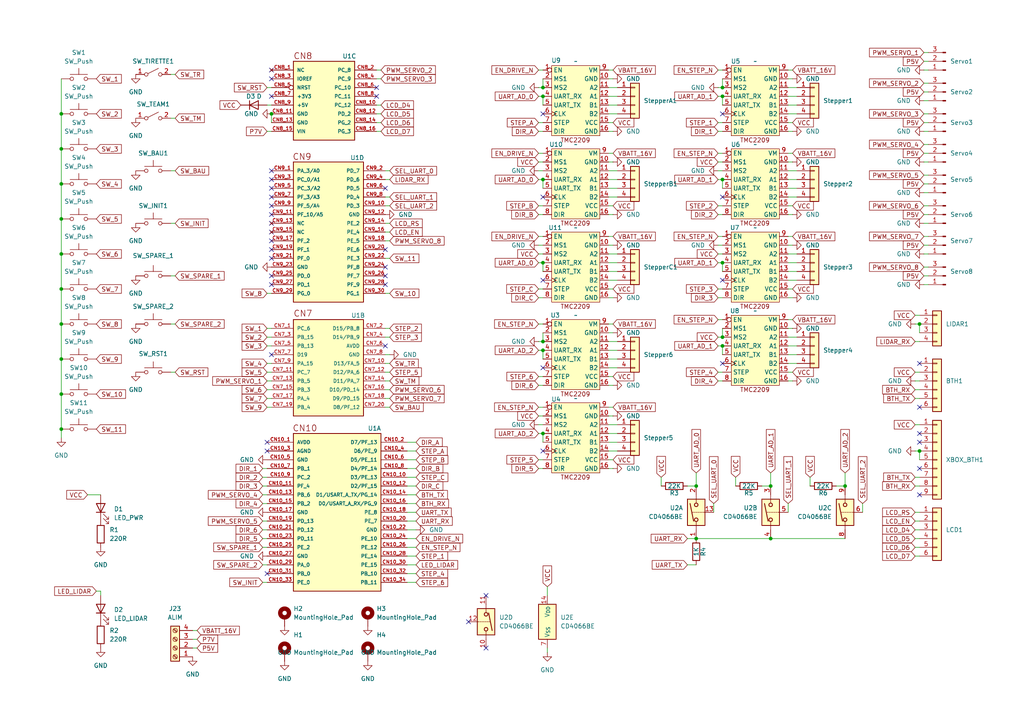
<source format=kicad_sch>
(kicad_sch (version 20250114) (generator "eeschema") (generator_version "9.0")
  (paper "A4")
  (title_block (title "Main Board Kameleon") (date "17/03/2025"))
  (junction (at 266.7 93.98))
  (junction (at 209.55 52.07))
  (junction (at 201.93 140.97))
  (junction (at 157.48 101.6))
  (junction (at 78.74 33.02))
  (junction (at 157.48 27.94))
  (junction (at 157.48 76.2))
  (junction (at 223.52 140.97))
  (junction (at 245.11 140.97))
  (junction (at 157.48 99.06))
  (junction (at 209.55 25.4))
  (junction (at 17.78 53.34))
  (junction (at 17.78 124.46))
  (junction (at 209.55 76.2))
  (junction (at 17.78 43.18))
  (junction (at 17.78 114.3))
  (junction (at 17.78 83.82))
  (junction (at 223.52 156.21))
  (junction (at 209.55 27.94))
  (junction (at 157.48 125.73))
  (junction (at 157.48 52.07))
  (junction (at 157.48 25.4))
  (junction (at 17.78 63.5))
  (junction (at 17.78 33.02))
  (junction (at 209.55 97.79))
  (junction (at 17.78 93.98))
  (junction (at 266.7 130.81))
  (junction (at 17.78 73.66))
  (junction (at 17.78 104.14))
  (junction (at 201.93 156.21))
  (junction (at 209.55 100.33))
  (no_connect (at 266.7 118.11))
  (no_connect (at 140.97 172.72))
  (no_connect (at 157.48 106.68))
  (no_connect (at 135.89 180.34))
  (no_connect (at 209.55 81.28))
  (no_connect (at 78.74 102.87))
  (no_connect (at 78.74 80.01))
  (no_connect (at 157.48 33.02))
  (no_connect (at 78.74 62.23))
  (no_connect (at 209.55 105.41))
  (no_connect (at 78.74 82.55))
  (no_connect (at 78.74 27.94))
  (no_connect (at 266.7 125.73))
  (no_connect (at 266.7 105.41))
  (no_connect (at 78.74 59.69))
  (no_connect (at 78.74 72.39))
  (no_connect (at 78.74 22.86))
  (no_connect (at 78.74 54.61))
  (no_connect (at 140.97 187.96))
  (no_connect (at 109.22 25.4))
  (no_connect (at 78.74 49.53))
  (no_connect (at 157.48 57.15))
  (no_connect (at 111.76 82.55))
  (no_connect (at 78.74 69.85))
  (no_connect (at 157.48 81.28))
  (no_connect (at 111.76 100.33))
  (no_connect (at 78.74 67.31))
  (no_connect (at 111.76 54.61))
  (no_connect (at 78.74 52.07))
  (no_connect (at 111.76 80.01))
  (no_connect (at 109.22 27.94))
  (no_connect (at 77.47 128.27))
  (no_connect (at 209.55 33.02))
  (no_connect (at 78.74 20.32))
  (no_connect (at 266.7 128.27))
  (no_connect (at 111.76 77.47))
  (no_connect (at 77.47 130.81))
  (no_connect (at 157.48 130.81))
  (no_connect (at 78.74 64.77))
  (no_connect (at 266.7 135.89))
  (no_connect (at 77.47 166.37))
  (no_connect (at 78.74 74.93))
  (no_connect (at 209.55 57.15))
  (no_connect (at 78.74 57.15))
  (no_connect (at 111.76 72.39))
  (no_connect (at 266.7 143.51))
  (wire (pts (xy 223.52 137.16) (xy 223.52 140.97)))
  (wire (pts (xy 267.97 17.78) (xy 269.24 17.78)))
  (wire (pts (xy 76.2 151.13) (xy 77.47 151.13)))
  (wire (pts (xy 176.53 54.61) (xy 179.07 54.61)))
  (wire (pts (xy 118.11 140.97) (xy 120.65 140.97)))
  (wire (pts (xy 55.88 187.96) (xy 57.15 187.96)))
  (wire (pts (xy 176.53 78.74) (xy 179.07 78.74)))
  (wire (pts (xy 156.21 133.35) (xy 157.48 133.35)))
  (wire (pts (xy 228.6 73.66) (xy 231.14 73.66)))
  (wire (pts (xy 208.28 44.45) (xy 209.55 44.45)))
  (wire (pts (xy 49.53 64.77) (xy 50.8 64.77)))
  (wire (pts (xy 118.11 148.59) (xy 120.65 148.59)))
  (wire (pts (xy 176.53 86.36) (xy 177.8 86.36)))
  (wire (pts (xy 265.43 140.97) (xy 266.7 140.97)))
  (wire (pts (xy 208.28 86.36) (xy 209.55 86.36)))
  (wire (pts (xy 156.21 62.23) (xy 157.48 62.23)))
  (wire (pts (xy 77.47 38.1) (xy 78.74 38.1)))
  (wire (pts (xy 17.78 104.14) (xy 17.78 114.3)))
  (wire (pts (xy 267.97 15.24) (xy 269.24 15.24)))
  (wire (pts (xy 265.43 123.19) (xy 266.7 123.19)))
  (wire (pts (xy 156.21 44.45) (xy 157.48 44.45)))
  (wire (pts (xy 118.11 135.89) (xy 120.65 135.89)))
  (wire (pts (xy 157.48 22.86) (xy 157.48 25.4)))
  (wire (pts (xy 176.53 62.23) (xy 177.8 62.23)))
  (wire (pts (xy 156.21 71.12) (xy 157.48 71.12)))
  (wire (pts (xy 201.93 137.16) (xy 201.93 140.97)))
  (wire (pts (xy 29.21 171.45) (xy 29.21 172.72)))
  (wire (pts (xy 156.21 59.69) (xy 157.48 59.69)))
  (wire (pts (xy 267.97 82.55) (xy 269.24 82.55)))
  (wire (pts (xy 228.6 97.79) (xy 231.14 97.79)))
  (wire (pts (xy 27.94 171.45) (xy 29.21 171.45)))
  (wire (pts (xy 156.21 35.56) (xy 157.48 35.56)))
  (wire (pts (xy 228.6 105.41) (xy 231.14 105.41)))
  (wire (pts (xy 111.76 107.95) (xy 113.03 107.95)))
  (wire (pts (xy 228.6 54.61) (xy 231.14 54.61)))
  (wire (pts (xy 76.2 140.97) (xy 77.47 140.97)))
  (wire (pts (xy 209.55 95.25) (xy 209.55 97.79)))
  (wire (pts (xy 265.43 115.57) (xy 266.7 115.57)))
  (wire (pts (xy 267.97 33.02) (xy 269.24 33.02)))
  (wire (pts (xy 209.55 27.94) (xy 209.55 30.48)))
  (wire (pts (xy 156.21 38.1) (xy 157.48 38.1)))
  (wire (pts (xy 55.88 185.42) (xy 57.15 185.42)))
  (wire (pts (xy 208.28 46.99) (xy 209.55 46.99)))
  (wire (pts (xy 265.43 99.06) (xy 266.7 99.06)))
  (wire (pts (xy 228.6 86.36) (xy 229.87 86.36)))
  (wire (pts (xy 156.21 125.73) (xy 157.48 125.73)))
  (wire (pts (xy 228.6 102.87) (xy 231.14 102.87)))
  (wire (pts (xy 199.39 156.21) (xy 201.93 156.21)))
  (wire (pts (xy 111.76 69.85) (xy 113.03 69.85)))
  (wire (pts (xy 156.21 46.99) (xy 157.48 46.99)))
  (wire (pts (xy 228.6 20.32) (xy 229.87 20.32)))
  (wire (pts (xy 156.21 49.53) (xy 157.48 49.53)))
  (wire (pts (xy 267.97 53.34) (xy 269.24 53.34)))
  (wire (pts (xy 265.43 161.29) (xy 266.7 161.29)))
  (wire (pts (xy 267.97 71.12) (xy 269.24 71.12)))
  (wire (pts (xy 76.2 168.91) (xy 77.47 168.91)))
  (wire (pts (xy 265.43 138.43) (xy 266.7 138.43)))
  (wire (pts (xy 228.6 27.94) (xy 231.14 27.94)))
  (wire (pts (xy 111.76 115.57) (xy 113.03 115.57)))
  (wire (pts (xy 158.75 170.18) (xy 158.75 172.72)))
  (wire (pts (xy 77.47 95.25) (xy 78.74 95.25)))
  (wire (pts (xy 267.97 55.88) (xy 269.24 55.88)))
  (wire (pts (xy 156.21 118.11) (xy 157.48 118.11)))
  (wire (pts (xy 176.53 128.27) (xy 179.07 128.27)))
  (wire (pts (xy 157.48 27.94) (xy 157.48 30.48)))
  (wire (pts (xy 176.53 25.4) (xy 179.07 25.4)))
  (wire (pts (xy 156.21 111.76) (xy 157.48 111.76)))
  (wire (pts (xy 176.53 68.58) (xy 177.8 68.58)))
  (wire (pts (xy 228.6 83.82) (xy 229.87 83.82)))
  (wire (pts (xy 176.53 71.12) (xy 177.8 71.12)))
  (wire (pts (xy 111.76 64.77) (xy 113.03 64.77)))
  (wire (pts (xy 109.22 20.32) (xy 110.49 20.32)))
  (wire (pts (xy 207.01 146.05) (xy 207.01 148.59)))
  (wire (pts (xy 267.97 46.99) (xy 269.24 46.99)))
  (wire (pts (xy 118.11 151.13) (xy 120.65 151.13)))
  (wire (pts (xy 208.28 59.69) (xy 209.55 59.69)))
  (wire (pts (xy 228.6 38.1) (xy 229.87 38.1)))
  (wire (pts (xy 49.53 21.59) (xy 50.8 21.59)))
  (wire (pts (xy 267.97 29.21) (xy 269.24 29.21)))
  (wire (pts (xy 76.2 138.43) (xy 77.47 138.43)))
  (wire (pts (xy 118.11 143.51) (xy 120.65 143.51)))
  (wire (pts (xy 199.39 163.83) (xy 201.93 163.83)))
  (wire (pts (xy 267.97 35.56) (xy 269.24 35.56)))
  (wire (pts (xy 208.28 73.66) (xy 209.55 73.66)))
  (wire (pts (xy 111.76 49.53) (xy 113.03 49.53)))
  (wire (pts (xy 156.21 68.58) (xy 157.48 68.58)))
  (wire (pts (xy 176.53 52.07) (xy 179.07 52.07)))
  (wire (pts (xy 208.28 49.53) (xy 209.55 49.53)))
  (wire (pts (xy 156.21 93.98) (xy 157.48 93.98)))
  (wire (pts (xy 111.76 59.69) (xy 113.03 59.69)))
  (wire (pts (xy 17.78 73.66) (xy 17.78 83.82)))
  (wire (pts (xy 156.21 20.32) (xy 157.48 20.32)))
  (wire (pts (xy 265.43 156.21) (xy 266.7 156.21)))
  (wire (pts (xy 176.53 123.19) (xy 179.07 123.19)))
  (wire (pts (xy 223.52 156.21) (xy 245.11 156.21)))
  (wire (pts (xy 265.43 158.75) (xy 266.7 158.75)))
  (wire (pts (xy 265.43 110.49) (xy 266.7 110.49)))
  (wire (pts (xy 109.22 35.56) (xy 110.49 35.56)))
  (wire (pts (xy 17.78 63.5) (xy 17.78 73.66)))
  (wire (pts (xy 156.21 83.82) (xy 157.48 83.82)))
  (wire (pts (xy 156.21 25.4) (xy 157.48 25.4)))
  (wire (pts (xy 177.8 109.22) (xy 176.53 109.22)))
  (wire (pts (xy 77.47 110.49) (xy 78.74 110.49)))
  (wire (pts (xy 156.21 76.2) (xy 157.48 76.2)))
  (wire (pts (xy 111.76 113.03) (xy 113.03 113.03)))
  (wire (pts (xy 111.76 57.15) (xy 113.03 57.15)))
  (wire (pts (xy 176.53 83.82) (xy 177.8 83.82)))
  (wire (pts (xy 208.28 52.07) (xy 209.55 52.07)))
  (wire (pts (xy 156.21 52.07) (xy 157.48 52.07)))
  (wire (pts (xy 228.6 49.53) (xy 231.14 49.53)))
  (wire (pts (xy 209.55 52.07) (xy 209.55 54.61)))
  (wire (pts (xy 17.78 114.3) (xy 17.78 124.46)))
  (wire (pts (xy 76.2 156.21) (xy 77.47 156.21)))
  (wire (pts (xy 208.28 76.2) (xy 209.55 76.2)))
  (wire (pts (xy 77.47 113.03) (xy 78.74 113.03)))
  (wire (pts (xy 176.53 130.81) (xy 179.07 130.81)))
  (wire (pts (xy 17.78 22.86) (xy 17.78 33.02)))
  (wire (pts (xy 228.6 35.56) (xy 229.87 35.56)))
  (wire (pts (xy 209.55 100.33) (xy 209.55 102.87)))
  (wire (pts (xy 176.53 96.52) (xy 177.8 96.52)))
  (wire (pts (xy 76.2 163.83) (xy 77.47 163.83)))
  (wire (pts (xy 228.6 57.15) (xy 231.14 57.15)))
  (wire (pts (xy 176.53 135.89) (xy 177.8 135.89)))
  (wire (pts (xy 228.6 62.23) (xy 229.87 62.23)))
  (wire (pts (xy 234.95 138.43) (xy 234.95 140.97)))
  (wire (pts (xy 176.53 118.11) (xy 177.8 118.11)))
  (wire (pts (xy 77.47 97.79) (xy 78.74 97.79)))
  (wire (pts (xy 176.53 101.6) (xy 179.07 101.6)))
  (wire (pts (xy 156.21 109.22) (xy 157.48 109.22)))
  (wire (pts (xy 76.2 135.89) (xy 77.47 135.89)))
  (wire (pts (xy 109.22 33.02) (xy 110.49 33.02)))
  (wire (pts (xy 267.97 68.58) (xy 269.24 68.58)))
  (wire (pts (xy 245.11 137.16) (xy 245.11 140.97)))
  (wire (pts (xy 228.6 81.28) (xy 231.14 81.28)))
  (wire (pts (xy 267.97 50.8) (xy 269.24 50.8)))
  (wire (pts (xy 111.76 97.79) (xy 113.03 97.79)))
  (wire (pts (xy 77.47 118.11) (xy 78.74 118.11)))
  (wire (pts (xy 208.28 35.56) (xy 209.55 35.56)))
  (wire (pts (xy 267.97 62.23) (xy 269.24 62.23)))
  (wire (pts (xy 77.47 85.09) (xy 78.74 85.09)))
  (wire (pts (xy 17.78 33.02) (xy 17.78 43.18)))
  (wire (pts (xy 228.6 92.71) (xy 229.87 92.71)))
  (wire (pts (xy 267.97 44.45) (xy 269.24 44.45)))
  (wire (pts (xy 176.53 106.68) (xy 179.07 106.68)))
  (wire (pts (xy 176.53 46.99) (xy 177.8 46.99)))
  (wire (pts (xy 176.53 22.86) (xy 177.8 22.86)))
  (wire (pts (xy 266.7 96.52) (xy 266.7 93.98)))
  (wire (pts (xy 77.47 105.41) (xy 78.74 105.41)))
  (wire (pts (xy 176.53 49.53) (xy 179.07 49.53)))
  (wire (pts (xy 157.48 52.07) (xy 157.48 54.61)))
  (wire (pts (xy 228.6 76.2) (xy 231.14 76.2)))
  (wire (pts (xy 208.28 83.82) (xy 209.55 83.82)))
  (wire (pts (xy 267.97 73.66) (xy 269.24 73.66)))
  (wire (pts (xy 176.53 20.32) (xy 177.8 20.32)))
  (wire (pts (xy 228.6 52.07) (xy 231.14 52.07)))
  (wire (pts (xy 176.53 104.14) (xy 179.07 104.14)))
  (wire (pts (xy 208.28 38.1) (xy 209.55 38.1)))
  (wire (pts (xy 76.2 153.67) (xy 77.47 153.67)))
  (wire (pts (xy 118.11 166.37) (xy 120.65 166.37)))
  (wire (pts (xy 228.6 22.86) (xy 229.87 22.86)))
  (wire (pts (xy 77.47 107.95) (xy 78.74 107.95)))
  (wire (pts (xy 109.22 38.1) (xy 110.49 38.1)))
  (wire (pts (xy 176.53 44.45) (xy 177.8 44.45)))
  (wire (pts (xy 199.39 140.97) (xy 201.93 140.97)))
  (wire (pts (xy 228.6 78.74) (xy 231.14 78.74)))
  (wire (pts (xy 176.53 120.65) (xy 177.8 120.65)))
  (wire (pts (xy 176.53 76.2) (xy 179.07 76.2)))
  (wire (pts (xy 76.2 146.05) (xy 77.47 146.05)))
  (wire (pts (xy 267.97 38.1) (xy 269.24 38.1)))
  (wire (pts (xy 176.53 73.66) (xy 179.07 73.66)))
  (wire (pts (xy 265.43 130.81) (xy 266.7 130.81)))
  (wire (pts (xy 118.11 156.21) (xy 120.65 156.21)))
  (wire (pts (xy 267.97 77.47) (xy 269.24 77.47)))
  (wire (pts (xy 25.4 143.51) (xy 29.21 143.51)))
  (wire (pts (xy 267.97 80.01) (xy 269.24 80.01)))
  (wire (pts (xy 228.6 25.4) (xy 231.14 25.4)))
  (wire (pts (xy 118.11 168.91) (xy 120.65 168.91)))
  (wire (pts (xy 17.78 43.18) (xy 17.78 53.34)))
  (wire (pts (xy 228.6 44.45) (xy 229.87 44.45)))
  (wire (pts (xy 78.74 30.48) (xy 77.47 30.48)))
  (wire (pts (xy 49.53 80.01) (xy 50.8 80.01)))
  (wire (pts (xy 267.97 41.91) (xy 269.24 41.91)))
  (wire (pts (xy 265.43 93.98) (xy 266.7 93.98)))
  (wire (pts (xy 111.76 105.41) (xy 113.03 105.41)))
  (wire (pts (xy 111.76 95.25) (xy 113.03 95.25)))
  (wire (pts (xy 177.8 133.35) (xy 176.53 133.35)))
  (wire (pts (xy 118.11 158.75) (xy 120.65 158.75)))
  (wire (pts (xy 118.11 153.67) (xy 120.65 153.67)))
  (wire (pts (xy 265.43 107.95) (xy 266.7 107.95)))
  (wire (pts (xy 17.78 53.34) (xy 17.78 63.5)))
  (wire (pts (xy 111.76 52.07) (xy 113.03 52.07)))
  (wire (pts (xy 228.6 71.12) (xy 229.87 71.12)))
  (wire (pts (xy 228.6 33.02) (xy 231.14 33.02)))
  (wire (pts (xy 209.55 22.86) (xy 209.55 25.4)))
  (wire (pts (xy 118.11 163.83) (xy 120.65 163.83)))
  (wire (pts (xy 118.11 133.35) (xy 120.65 133.35)))
  (wire (pts (xy 109.22 30.48) (xy 110.49 30.48)))
  (wire (pts (xy 208.28 100.33) (xy 209.55 100.33)))
  (wire (pts (xy 118.11 138.43) (xy 120.65 138.43)))
  (wire (pts (xy 156.21 101.6) (xy 157.48 101.6)))
  (wire (pts (xy 156.21 120.65) (xy 157.48 120.65)))
  (wire (pts (xy 176.53 30.48) (xy 179.07 30.48)))
  (wire (pts (xy 201.93 156.21) (xy 223.52 156.21)))
  (wire (pts (xy 208.28 68.58) (xy 209.55 68.58)))
  (wire (pts (xy 49.53 34.29) (xy 50.8 34.29)))
  (wire (pts (xy 176.53 33.02) (xy 179.07 33.02)))
  (wire (pts (xy 111.76 102.87) (xy 113.03 102.87)))
  (wire (pts (xy 176.53 125.73) (xy 179.07 125.73)))
  (wire (pts (xy 76.2 158.75) (xy 77.47 158.75)))
  (wire (pts (xy 176.53 59.69) (xy 177.8 59.69)))
  (wire (pts (xy 76.2 143.51) (xy 77.47 143.51)))
  (wire (pts (xy 55.88 182.88) (xy 57.15 182.88)))
  (wire (pts (xy 220.98 140.97) (xy 223.52 140.97)))
  (wire (pts (xy 176.53 93.98) (xy 177.8 93.98)))
  (wire (pts (xy 265.43 148.59) (xy 266.7 148.59)))
  (wire (pts (xy 267.97 59.69) (xy 269.24 59.69)))
  (wire (pts (xy 208.28 20.32) (xy 209.55 20.32)))
  (wire (pts (xy 156.21 73.66) (xy 157.48 73.66)))
  (wire (pts (xy 157.48 96.52) (xy 157.48 99.06)))
  (wire (pts (xy 176.53 111.76) (xy 177.8 111.76)))
  (wire (pts (xy 208.28 27.94) (xy 209.55 27.94)))
  (wire (pts (xy 111.76 118.11) (xy 113.03 118.11)))
  (wire (pts (xy 242.57 140.97) (xy 245.11 140.97)))
  (wire (pts (xy 156.21 123.19) (xy 157.48 123.19)))
  (wire (pts (xy 111.76 74.93) (xy 113.03 74.93)))
  (wire (pts (xy 176.53 81.28) (xy 179.07 81.28)))
  (wire (pts (xy 208.28 107.95) (xy 209.55 107.95)))
  (wire (pts (xy 77.47 100.33) (xy 78.74 100.33)))
  (wire (pts (xy 17.78 93.98) (xy 17.78 104.14)))
  (wire (pts (xy 267.97 64.77) (xy 269.24 64.77)))
  (wire (pts (xy 156.21 99.06) (xy 157.48 99.06)))
  (wire (pts (xy 267.97 24.13) (xy 269.24 24.13)))
  (wire (pts (xy 17.78 124.46) (xy 17.78 127)))
  (wire (pts (xy 228.6 68.58) (xy 229.87 68.58)))
  (wire (pts (xy 111.76 85.09) (xy 113.03 85.09)))
  (wire (pts (xy 208.28 110.49) (xy 209.55 110.49)))
  (wire (pts (xy 228.6 30.48) (xy 231.14 30.48)))
  (wire (pts (xy 157.48 76.2) (xy 157.48 78.74)))
  (wire (pts (xy 78.74 33.02) (xy 78.74 35.56)))
  (wire (pts (xy 157.48 101.6) (xy 157.48 104.14)))
  (wire (pts (xy 49.53 93.98) (xy 50.8 93.98)))
  (wire (pts (xy 228.6 100.33) (xy 231.14 100.33)))
  (wire (pts (xy 265.43 151.13) (xy 266.7 151.13)))
  (wire (pts (xy 109.22 22.86) (xy 110.49 22.86)))
  (wire (pts (xy 250.19 146.05) (xy 250.19 148.59)))
  (wire (pts (xy 266.7 130.81) (xy 266.7 133.35)))
  (wire (pts (xy 191.77 138.43) (xy 191.77 140.97)))
  (wire (pts (xy 228.6 59.69) (xy 229.87 59.69)))
  (wire (pts (xy 265.43 113.03) (xy 266.7 113.03)))
  (wire (pts (xy 228.6 110.49) (xy 229.87 110.49)))
  (wire (pts (xy 157.48 125.73) (xy 157.48 128.27)))
  (wire (pts (xy 208.28 97.79) (xy 209.55 97.79)))
  (wire (pts (xy 176.53 27.94) (xy 179.07 27.94)))
  (wire (pts (xy 77.47 115.57) (xy 78.74 115.57)))
  (wire (pts (xy 77.47 25.4) (xy 78.74 25.4)))
  (wire (pts (xy 213.36 138.43) (xy 213.36 140.97)))
  (wire (pts (xy 267.97 20.32) (xy 269.24 20.32)))
  (wire (pts (xy 208.28 92.71) (xy 209.55 92.71)))
  (wire (pts (xy 118.11 130.81) (xy 120.65 130.81)))
  (wire (pts (xy 49.53 49.53) (xy 50.8 49.53)))
  (wire (pts (xy 156.21 135.89) (xy 157.48 135.89)))
  (wire (pts (xy 118.11 128.27) (xy 120.65 128.27)))
  (wire (pts (xy 156.21 86.36) (xy 157.48 86.36)))
  (wire (pts (xy 118.11 146.05) (xy 120.65 146.05)))
  (wire (pts (xy 158.75 187.96) (xy 158.75 189.23)))
  (wire (pts (xy 265.43 153.67) (xy 266.7 153.67)))
  (wire (pts (xy 118.11 161.29) (xy 120.65 161.29)))
  (wire (pts (xy 208.28 25.4) (xy 209.55 25.4)))
  (wire (pts (xy 156.21 27.94) (xy 157.48 27.94)))
  (wire (pts (xy 228.6 107.95) (xy 229.87 107.95)))
  (wire (pts (xy 209.55 76.2) (xy 209.55 78.74)))
  (wire (pts (xy 49.53 107.95) (xy 50.8 107.95)))
  (wire (pts (xy 17.78 83.82) (xy 17.78 93.98)))
  (wire (pts (xy 208.28 71.12) (xy 209.55 71.12)))
  (wire (pts (xy 228.6 146.05) (xy 228.6 148.59)))
  (wire (pts (xy 176.53 99.06) (xy 179.07 99.06)))
  (wire (pts (xy 228.6 95.25) (xy 229.87 95.25)))
  (wire (pts (xy 265.43 91.44) (xy 266.7 91.44)))
  (wire (pts (xy 228.6 46.99) (xy 229.87 46.99)))
  (wire (pts (xy 176.53 35.56) (xy 177.8 35.56)))
  (wire (pts (xy 111.76 67.31) (xy 113.03 67.31)))
  (wire (pts (xy 176.53 38.1) (xy 177.8 38.1)))
  (wire (pts (xy 208.28 62.23) (xy 209.55 62.23)))
  (wire (pts (xy 111.76 110.49) (xy 113.03 110.49)))
  (wire (pts (xy 267.97 26.67) (xy 269.24 26.67)))
  (wire (pts (xy 176.53 57.15) (xy 179.07 57.15)))
  (global_label "SEL_UART_0" (shape input) (at 207.01 146.05 90) (property "Intersheetrefs" "${INTERSHEET_REFS}" (effects (hide yes))))
  (global_label "PWM_SERVO_3" (shape input) (at 110.49 22.86 0) (property "Intersheetrefs" "${INTERSHEET_REFS}" (effects (hide yes))))
  (global_label "VCC" (shape input) (at 265.43 107.95 180) (property "Intersheetrefs" "${INTERSHEET_REFS}" (effects (hide yes))))
  (global_label "SW_INIT" (shape input) (at 50.8 64.77 0) (property "Intersheetrefs" "${INTERSHEET_REFS}" (effects (hide yes))))
  (global_label "UART_AD_2" (shape input) (at 156.21 101.6 180) (property "Intersheetrefs" "${INTERSHEET_REFS}" (effects (hide yes))))
  (global_label "SEL_UART_0" (shape input) (at 113.03 49.53 0) (property "Intersheetrefs" "${INTERSHEET_REFS}" (effects (hide yes))))
  (global_label "SW_11" (shape input) (at 113.03 74.93 0) (property "Intersheetrefs" "${INTERSHEET_REFS}" (effects (hide yes))))
  (global_label "SW_4" (shape input) (at 77.47 105.41 180) (property "Intersheetrefs" "${INTERSHEET_REFS}" (effects (hide yes))))
  (global_label "UART_AD_0" (shape input) (at 156.21 52.07 180) (property "Intersheetrefs" "${INTERSHEET_REFS}" (effects (hide yes))))
  (global_label "PWM_SERVO_7" (shape input) (at 113.03 115.57 0) (property "Intersheetrefs" "${INTERSHEET_REFS}" (effects (hide yes))))
  (global_label "DIR_3" (shape input) (at 208.28 86.36 180) (property "Intersheetrefs" "${INTERSHEET_REFS}" (effects (hide yes))))
  (global_label "EN_STEP_N" (shape input) (at 208.28 20.32 180) (property "Intersheetrefs" "${INTERSHEET_REFS}" (effects (hide yes))))
  (global_label "PWM_SERVO_6" (shape input) (at 113.03 113.03 0) (property "Intersheetrefs" "${INTERSHEET_REFS}" (effects (hide yes))))
  (global_label "VCC" (shape input) (at 177.8 109.22 0) (property "Intersheetrefs" "${INTERSHEET_REFS}" (effects (hide yes))))
  (global_label "SW_1" (shape input) (at 77.47 95.25 180) (property "Intersheetrefs" "${INTERSHEET_REFS}" (effects (hide yes))))
  (global_label "P7V" (shape input) (at 57.15 185.42 0) (property "Intersheetrefs" "${INTERSHEET_REFS}" (effects (hide yes))))
  (global_label "EN_DRIVE_N" (shape input) (at 156.21 44.45 180) (property "Intersheetrefs" "${INTERSHEET_REFS}" (effects (hide yes))))
  (global_label "P5V" (shape input) (at 267.97 44.45 180) (property "Intersheetrefs" "${INTERSHEET_REFS}" (effects (hide yes))))
  (global_label "LCD_D5" (shape input) (at 110.49 33.02 0) (property "Intersheetrefs" "${INTERSHEET_REFS}" (effects (hide yes))))
  (global_label "PWM_SERVO_3" (shape input) (at 267.97 33.02 180) (property "Intersheetrefs" "${INTERSHEET_REFS}" (effects (hide yes))))
  (global_label "VBATT_16V" (shape input) (at 177.8 44.45 0) (property "Intersheetrefs" "${INTERSHEET_REFS}" (effects (hide yes))))
  (global_label "VBATT_16V" (shape input) (at 177.8 118.11 0) (property "Intersheetrefs" "${INTERSHEET_REFS}" (effects (hide yes))))
  (global_label "VCC" (shape input) (at 156.21 120.65 180) (property "Intersheetrefs" "${INTERSHEET_REFS}" (effects (hide yes))))
  (global_label "VBATT_16V" (shape input) (at 229.87 68.58 0) (property "Intersheetrefs" "${INTERSHEET_REFS}" (effects (hide yes))))
  (global_label "SW_6" (shape input) (at 27.94 73.66 0) (property "Intersheetrefs" "${INTERSHEET_REFS}" (effects (hide yes))))
  (global_label "P5V" (shape input) (at 57.15 187.96 0) (property "Intersheetrefs" "${INTERSHEET_REFS}" (effects (hide yes))))
  (global_label "SEL_UART_1" (shape input) (at 113.03 57.15 0) (property "Intersheetrefs" "${INTERSHEET_REFS}" (effects (hide yes))))
  (global_label "VCC" (shape input) (at 213.36 138.43 90) (property "Intersheetrefs" "${INTERSHEET_REFS}" (effects (hide yes))))
  (global_label "VBATT_16V" (shape input) (at 177.8 93.98 0) (property "Intersheetrefs" "${INTERSHEET_REFS}" (effects (hide yes))))
  (global_label "SW_2" (shape input) (at 77.47 97.79 180) (property "Intersheetrefs" "${INTERSHEET_REFS}" (effects (hide yes))))
  (global_label "VCC" (shape input) (at 229.87 59.69 0) (property "Intersheetrefs" "${INTERSHEET_REFS}" (effects (hide yes))))
  (global_label "SW_10" (shape input) (at 27.94 114.3 0) (property "Intersheetrefs" "${INTERSHEET_REFS}" (effects (hide yes))))
  (global_label "BTH_RX" (shape input) (at 120.65 146.05 0) (property "Intersheetrefs" "${INTERSHEET_REFS}" (effects (hide yes))))
  (global_label "SW_TM" (shape input) (at 113.03 110.49 0) (property "Intersheetrefs" "${INTERSHEET_REFS}" (effects (hide yes))))
  (global_label "SEL_UART_2" (shape input) (at 113.03 59.69 0) (property "Intersheetrefs" "${INTERSHEET_REFS}" (effects (hide yes))))
  (global_label "EN_DRIVE_N" (shape input) (at 156.21 68.58 180) (property "Intersheetrefs" "${INTERSHEET_REFS}" (effects (hide yes))))
  (global_label "PWM_SERVO_5" (shape input) (at 267.97 50.8 180) (property "Intersheetrefs" "${INTERSHEET_REFS}" (effects (hide yes))))
  (global_label "SW_TR" (shape input) (at 50.8 21.59 0) (property "Intersheetrefs" "${INTERSHEET_REFS}" (effects (hide yes))))
  (global_label "SW_3" (shape input) (at 27.94 43.18 0) (property "Intersheetrefs" "${INTERSHEET_REFS}" (effects (hide yes))))
  (global_label "LIDAR_RX" (shape input) (at 265.43 99.06 180) (property "Intersheetrefs" "${INTERSHEET_REFS}" (effects (hide yes))))
  (global_label "PWM_SERVO_1" (shape input) (at 267.97 15.24 180) (property "Intersheetrefs" "${INTERSHEET_REFS}" (effects (hide yes))))
  (global_label "DIR_1" (shape input) (at 208.28 38.1 180) (property "Intersheetrefs" "${INTERSHEET_REFS}" (effects (hide yes))))
  (global_label "PWM_SERVO_1" (shape input) (at 77.47 110.49 180) (property "Intersheetrefs" "${INTERSHEET_REFS}" (effects (hide yes))))
  (global_label "VCC" (shape input) (at 69.85 30.48 180) (property "Intersheetrefs" "${INTERSHEET_REFS}" (effects (hide yes))))
  (global_label "VBATT_16V" (shape input) (at 177.8 20.32 0) (property "Intersheetrefs" "${INTERSHEET_REFS}" (effects (hide yes))))
  (global_label "SW_RST" (shape input) (at 77.47 25.4 180) (property "Intersheetrefs" "${INTERSHEET_REFS}" (effects (hide yes))))
  (global_label "VCC" (shape input) (at 208.28 73.66 180) (property "Intersheetrefs" "${INTERSHEET_REFS}" (effects (hide yes))))
  (global_label "DIR_4" (shape input) (at 76.2 146.05 180) (property "Intersheetrefs" "${INTERSHEET_REFS}" (effects (hide yes))))
  (global_label "SW_RST" (shape input) (at 50.8 107.95 0) (property "Intersheetrefs" "${INTERSHEET_REFS}" (effects (hide yes))))
  (global_label "LED_LIDAR" (shape input) (at 27.94 171.45 180) (property "Intersheetrefs" "${INTERSHEET_REFS}" (effects (hide yes))))
  (global_label "SEL_UART_1" (shape input) (at 228.6 146.05 90) (property "Intersheetrefs" "${INTERSHEET_REFS}" (effects (hide yes))))
  (global_label "SW_SPARE_2" (shape input) (at 50.8 93.98 0) (property "Intersheetrefs" "${INTERSHEET_REFS}" (effects (hide yes))))
  (global_label "SW_2" (shape input) (at 27.94 33.02 0) (property "Intersheetrefs" "${INTERSHEET_REFS}" (effects (hide yes))))
  (global_label "PWM_SERVO_6" (shape input) (at 267.97 59.69 180) (property "Intersheetrefs" "${INTERSHEET_REFS}" (effects (hide yes))))
  (global_label "STEP_5" (shape input) (at 156.21 133.35 180) (property "Intersheetrefs" "${INTERSHEET_REFS}" (effects (hide yes))))
  (global_label "STEP_A" (shape input) (at 120.65 130.81 0) (property "Intersheetrefs" "${INTERSHEET_REFS}" (effects (hide yes))))
  (global_label "UART_AD_2" (shape input) (at 156.21 125.73 180) (property "Intersheetrefs" "${INTERSHEET_REFS}" (effects (hide yes))))
  (global_label "PWM_SERVO_4" (shape input) (at 76.2 143.51 180) (property "Intersheetrefs" "${INTERSHEET_REFS}" (effects (hide yes))))
  (global_label "BTH_TX" (shape input) (at 120.65 143.51 0) (property "Intersheetrefs" "${INTERSHEET_REFS}" (effects (hide yes))))
  (global_label "PWM_SERVO_8" (shape input) (at 267.97 77.47 180) (property "Intersheetrefs" "${INTERSHEET_REFS}" (effects (hide yes))))
  (global_label "VCC" (shape input) (at 25.4 143.51 180) (property "Intersheetrefs" "${INTERSHEET_REFS}" (effects (hide yes))))
  (global_label "SW_1" (shape input) (at 27.94 22.86 0) (property "Intersheetrefs" "${INTERSHEET_REFS}" (effects (hide yes))))
  (global_label "LCD_RS" (shape input) (at 265.43 148.59 180) (property "Intersheetrefs" "${INTERSHEET_REFS}" (effects (hide yes))))
  (global_label "STEP_3" (shape input) (at 208.28 83.82 180) (property "Intersheetrefs" "${INTERSHEET_REFS}" (effects (hide yes))))
  (global_label "STEP_B" (shape input) (at 156.21 59.69 180) (property "Intersheetrefs" "${INTERSHEET_REFS}" (effects (hide yes))))
  (global_label "VCC" (shape input) (at 177.8 59.69 0) (property "Intersheetrefs" "${INTERSHEET_REFS}" (effects (hide yes))))
  (global_label "EN_DRIVE_N" (shape input) (at 120.65 156.21 0) (property "Intersheetrefs" "${INTERSHEET_REFS}" (effects (hide yes))))
  (global_label "STEP_2" (shape input) (at 113.03 95.25 0) (property "Intersheetrefs" "${INTERSHEET_REFS}" (effects (hide yes))))
  (global_label "P7V" (shape input) (at 77.47 38.1 180) (property "Intersheetrefs" "${INTERSHEET_REFS}" (effects (hide yes))))
  (global_label "EN_STEP_N" (shape input) (at 120.65 158.75 0) (property "Intersheetrefs" "${INTERSHEET_REFS}" (effects (hide yes))))
  (global_label "P5V" (shape input) (at 267.97 26.67 180) (property "Intersheetrefs" "${INTERSHEET_REFS}" (effects (hide yes))))
  (global_label "LCD_D6" (shape input) (at 265.43 158.75 180) (property "Intersheetrefs" "${INTERSHEET_REFS}" (effects (hide yes))))
  (global_label "SW_10" (shape input) (at 113.03 85.09 0) (property "Intersheetrefs" "${INTERSHEET_REFS}" (effects (hide yes))))
  (global_label "VBATT_16V" (shape input) (at 229.87 44.45 0) (property "Intersheetrefs" "${INTERSHEET_REFS}" (effects (hide yes))))
  (global_label "P5V" (shape input) (at 267.97 62.23 180) (property "Intersheetrefs" "${INTERSHEET_REFS}" (effects (hide yes))))
  (global_label "PWM_SERVO_5" (shape input) (at 76.2 151.13 180) (property "Intersheetrefs" "${INTERSHEET_REFS}" (effects (hide yes))))
  (global_label "UART_RX" (shape input) (at 199.39 156.21 180) (property "Intersheetrefs" "${INTERSHEET_REFS}" (effects (hide yes))))
  (global_label "SW_8" (shape input) (at 77.47 85.09 180) (property "Intersheetrefs" "${INTERSHEET_REFS}" (effects (hide yes))))
  (global_label "STEP_3" (shape input) (at 113.03 97.79 0) (property "Intersheetrefs" "${INTERSHEET_REFS}" (effects (hide yes))))
  (global_label "DIR_5" (shape input) (at 76.2 156.21 180) (property "Intersheetrefs" "${INTERSHEET_REFS}" (effects (hide yes))))
  (global_label "EN_DRIVE_N" (shape input) (at 156.21 20.32 180) (property "Intersheetrefs" "${INTERSHEET_REFS}" (effects (hide yes))))
  (global_label "SW_SPARE_1" (shape input) (at 76.2 158.75 180) (property "Intersheetrefs" "${INTERSHEET_REFS}" (effects (hide yes))))
  (global_label "VCC" (shape input) (at 208.28 97.79 180) (property "Intersheetrefs" "${INTERSHEET_REFS}" (effects (hide yes))))
  (global_label "P5V" (shape input) (at 267.97 80.01 180) (property "Intersheetrefs" "${INTERSHEET_REFS}" (effects (hide yes))))
  (global_label "SW_5" (shape input) (at 77.47 107.95 180) (property "Intersheetrefs" "${INTERSHEET_REFS}" (effects (hide yes))))
  (global_label "EN_STEP_N" (shape input) (at 156.21 118.11 180) (property "Intersheetrefs" "${INTERSHEET_REFS}" (effects (hide yes))))
  (global_label "VCC" (shape input) (at 156.21 46.99 180) (property "Intersheetrefs" "${INTERSHEET_REFS}" (effects (hide yes))))
  (global_label "VCC" (shape input) (at 229.87 83.82 0) (property "Intersheetrefs" "${INTERSHEET_REFS}" (effects (hide yes))))
  (global_label "SW_7" (shape input) (at 77.47 115.57 180) (property "Intersheetrefs" "${INTERSHEET_REFS}" (effects (hide yes))))
  (global_label "LCD_D6" (shape input) (at 110.49 35.56 0) (property "Intersheetrefs" "${INTERSHEET_REFS}" (effects (hide yes))))
  (global_label "VCC" (shape input) (at 208.28 46.99 180) (property "Intersheetrefs" "${INTERSHEET_REFS}" (effects (hide yes))))
  (global_label "DIR_5" (shape input) (at 156.21 135.89 180) (property "Intersheetrefs" "${INTERSHEET_REFS}" (effects (hide yes))))
  (global_label "P5V" (shape input) (at 267.97 17.78 180) (property "Intersheetrefs" "${INTERSHEET_REFS}" (effects (hide yes))))
  (global_label "VCC" (shape input) (at 177.8 35.56 0) (property "Intersheetrefs" "${INTERSHEET_REFS}" (effects (hide yes))))
  (global_label "DIR_A" (shape input) (at 120.65 128.27 0) (property "Intersheetrefs" "${INTERSHEET_REFS}" (effects (hide yes))))
  (global_label "P5V" (shape input) (at 267.97 71.12 180) (property "Intersheetrefs" "${INTERSHEET_REFS}" (effects (hide yes))))
  (global_label "EN_STEP_N" (shape input) (at 208.28 92.71 180) (property "Intersheetrefs" "${INTERSHEET_REFS}" (effects (hide yes))))
  (global_label "VCC" (shape input) (at 177.8 83.82 0) (property "Intersheetrefs" "${INTERSHEET_REFS}" (effects (hide yes))))
  (global_label "SW_TR" (shape input) (at 113.03 105.41 0) (property "Intersheetrefs" "${INTERSHEET_REFS}" (effects (hide yes))))
  (global_label "DIR_B" (shape input) (at 156.21 62.23 180) (property "Intersheetrefs" "${INTERSHEET_REFS}" (effects (hide yes))))
  (global_label "DIR_B" (shape input) (at 120.65 135.89 0) (property "Intersheetrefs" "${INTERSHEET_REFS}" (effects (hide yes))))
  (global_label "VBATT_16V" (shape input) (at 177.8 68.58 0) (property "Intersheetrefs" "${INTERSHEET_REFS}" (effects (hide yes))))
  (global_label "STEP_4" (shape input) (at 208.28 107.95 180) (property "Intersheetrefs" "${INTERSHEET_REFS}" (effects (hide yes))))
  (global_label "UART_AD_1" (shape input) (at 208.28 76.2 180) (property "Intersheetrefs" "${INTERSHEET_REFS}" (effects (hide yes))))
  (global_label "DIR_A" (shape input) (at 156.21 38.1 180) (property "Intersheetrefs" "${INTERSHEET_REFS}" (effects (hide yes))))
  (global_label "VCC" (shape input) (at 177.8 133.35 0) (property "Intersheetrefs" "${INTERSHEET_REFS}" (effects (hide yes))))
  (global_label "SW_11" (shape input) (at 27.94 124.46 0) (property "Intersheetrefs" "${INTERSHEET_REFS}" (effects (hide yes))))
  (global_label "UART_RX" (shape input) (at 120.65 151.13 0) (property "Intersheetrefs" "${INTERSHEET_REFS}" (effects (hide yes))))
  (global_label "SW_5" (shape input) (at 27.94 63.5 0) (property "Intersheetrefs" "${INTERSHEET_REFS}" (effects (hide yes))))
  (global_label "DIR_1" (shape input) (at 76.2 135.89 180) (property "Intersheetrefs" "${INTERSHEET_REFS}" (effects (hide yes))))
  (global_label "PWM_SERVO_2" (shape input) (at 267.97 24.13 180) (property "Intersheetrefs" "${INTERSHEET_REFS}" (effects (hide yes))))
  (global_label "SW_9" (shape input) (at 77.47 118.11 180) (property "Intersheetrefs" "${INTERSHEET_REFS}" (effects (hide yes))))
  (global_label "STEP_6" (shape input) (at 120.65 168.91 0) (property "Intersheetrefs" "${INTERSHEET_REFS}" (effects (hide yes))))
  (global_label "VCC" (shape input) (at 229.87 35.56 0) (property "Intersheetrefs" "${INTERSHEET_REFS}" (effects (hide yes))))
  (global_label "PWM_SERVO_8" (shape input) (at 113.03 69.85 0) (property "Intersheetrefs" "${INTERSHEET_REFS}" (effects (hide yes))))
  (global_label "VCC" (shape input) (at 265.43 123.19 180) (property "Intersheetrefs" "${INTERSHEET_REFS}" (effects (hide yes))))
  (global_label "STEP_C" (shape input) (at 156.21 83.82 180) (property "Intersheetrefs" "${INTERSHEET_REFS}" (effects (hide yes))))
  (global_label "BTH_TX" (shape input) (at 265.43 115.57 180) (property "Intersheetrefs" "${INTERSHEET_REFS}" (effects (hide yes))))
  (global_label "LCD_D7" (shape input) (at 265.43 161.29 180) (property "Intersheetrefs" "${INTERSHEET_REFS}" (effects (hide yes))))
  (global_label "DIR_C" (shape input) (at 156.21 86.36 180) (property "Intersheetrefs" "${INTERSHEET_REFS}" (effects (hide yes))))
  (global_label "DIR_C" (shape input) (at 120.65 140.97 0) (property "Intersheetrefs" "${INTERSHEET_REFS}" (effects (hide yes))))
  (global_label "PWM_SERVO_7" (shape input) (at 267.97 68.58 180) (property "Intersheetrefs" "${INTERSHEET_REFS}" (effects (hide yes))))
  (global_label "UART_AD_2" (shape input) (at 245.11 137.16 90) (property "Intersheetrefs" "${INTERSHEET_REFS}" (effects (hide yes))))
  (global_label "SW_4" (shape input) (at 27.94 53.34 0) (property "Intersheetrefs" "${INTERSHEET_REFS}" (effects (hide yes))))
  (global_label "SW_6" (shape input) (at 77.47 113.03 180) (property "Intersheetrefs" "${INTERSHEET_REFS}" (effects (hide yes))))
  (global_label "UART_AD_0" (shape input) (at 156.21 27.94 180) (property "Intersheetrefs" "${INTERSHEET_REFS}" (effects (hide yes))))
  (global_label "EN_STEP_N" (shape input) (at 208.28 44.45 180) (property "Intersheetrefs" "${INTERSHEET_REFS}" (effects (hide yes))))
  (global_label "STEP_2" (shape input) (at 208.28 59.69 180) (property "Intersheetrefs" "${INTERSHEET_REFS}" (effects (hide yes))))
  (global_label "SW_TM" (shape input) (at 50.8 34.29 0) (property "Intersheetrefs" "${INTERSHEET_REFS}" (effects (hide yes))))
  (global_label "VBATT_16V" (shape input) (at 229.87 20.32 0) (property "Intersheetrefs" "${INTERSHEET_REFS}" (effects (hide yes))))
  (global_label "LCD_RS" (shape input) (at 113.03 64.77 0) (property "Intersheetrefs" "${INTERSHEET_REFS}" (effects (hide yes))))
  (global_label "LCD_D5" (shape input) (at 265.43 156.21 180) (property "Intersheetrefs" "${INTERSHEET_REFS}" (effects (hide yes))))
  (global_label "SW_BAU" (shape input) (at 113.03 118.11 0) (property "Intersheetrefs" "${INTERSHEET_REFS}" (effects (hide yes))))
  (global_label "SW_SPARE_2" (shape input) (at 76.2 163.83 180) (property "Intersheetrefs" "${INTERSHEET_REFS}" (effects (hide yes))))
  (global_label "DIR_3" (shape input) (at 76.2 140.97 180) (property "Intersheetrefs" "${INTERSHEET_REFS}" (effects (hide yes))))
  (global_label "UART_AD_1" (shape input) (at 208.28 100.33 180) (property "Intersheetrefs" "${INTERSHEET_REFS}" (effects (hide yes))))
  (global_label "SW_7" (shape input) (at 27.94 83.82 0) (property "Intersheetrefs" "${INTERSHEET_REFS}" (effects (hide yes))))
  (global_label "VCC" (shape input) (at 158.75 170.18 90) (property "Intersheetrefs" "${INTERSHEET_REFS}" (effects (hide yes))))
  (global_label "UART_AD_0" (shape input) (at 201.93 137.16 90) (property "Intersheetrefs" "${INTERSHEET_REFS}" (effects (hide yes))))
  (global_label "BTH_RX" (shape input) (at 265.43 113.03 180) (property "Intersheetrefs" "${INTERSHEET_REFS}" (effects (hide yes))))
  (global_label "EN_STEP_N" (shape input) (at 208.28 68.58 180) (property "Intersheetrefs" "${INTERSHEET_REFS}" (effects (hide yes))))
  (global_label "STEP_C" (shape input) (at 120.65 138.43 0) (property "Intersheetrefs" "${INTERSHEET_REFS}" (effects (hide yes))))
  (global_label "LCD_D4" (shape input) (at 110.49 30.48 0) (property "Intersheetrefs" "${INTERSHEET_REFS}" (effects (hide yes))))
  (global_label "DIR_6" (shape input) (at 156.21 111.76 180) (property "Intersheetrefs" "${INTERSHEET_REFS}" (effects (hide yes))))
  (global_label "SEL_UART_2" (shape input) (at 250.19 146.05 90) (property "Intersheetrefs" "${INTERSHEET_REFS}" (effects (hide yes))))
  (global_label "BTH_TX" (shape input) (at 265.43 138.43 180) (property "Intersheetrefs" "${INTERSHEET_REFS}" (effects (hide yes))))
  (global_label "PWM_SERVO_2" (shape input) (at 110.49 20.32 0) (property "Intersheetrefs" "${INTERSHEET_REFS}" (effects (hide yes))))
  (global_label "DIR_6" (shape input) (at 76.2 153.67 180) (property "Intersheetrefs" "${INTERSHEET_REFS}" (effects (hide yes))))
  (global_label "VBATT_16V" (shape input) (at 57.15 182.88 0) (property "Intersheetrefs" "${INTERSHEET_REFS}" (effects (hide yes))))
  (global_label "VCC" (shape input) (at 156.21 73.66 180) (property "Intersheetrefs" "${INTERSHEET_REFS}" (effects (hide yes))))
  (global_label "STEP_B" (shape input) (at 120.65 133.35 0) (property "Intersheetrefs" "${INTERSHEET_REFS}" (effects (hide yes))))
  (global_label "SW_SPARE_1" (shape input) (at 50.8 80.01 0) (property "Intersheetrefs" "${INTERSHEET_REFS}" (effects (hide yes))))
  (global_label "VBATT_16V" (shape input) (at 229.87 92.71 0) (property "Intersheetrefs" "${INTERSHEET_REFS}" (effects (hide yes))))
  (global_label "UART_AD_1" (shape input) (at 208.28 52.07 180) (property "Intersheetrefs" "${INTERSHEET_REFS}" (effects (hide yes))))
  (global_label "UART_AD_1" (shape input) (at 208.28 27.94 180) (property "Intersheetrefs" "${INTERSHEET_REFS}" (effects (hide yes))))
  (global_label "LIDAR_RX" (shape input) (at 113.03 52.07 0) (property "Intersheetrefs" "${INTERSHEET_REFS}" (effects (hide yes))))
  (global_label "SW_BAU" (shape input) (at 50.8 49.53 0) (property "Intersheetrefs" "${INTERSHEET_REFS}" (effects (hide yes))))
  (global_label "STEP_1" (shape input) (at 120.65 161.29 0) (property "Intersheetrefs" "${INTERSHEET_REFS}" (effects (hide yes))))
  (global_label "PWM_SERVO_4" (shape input) (at 267.97 41.91 180) (property "Intersheetrefs" "${INTERSHEET_REFS}" (effects (hide yes))))
  (global_label "STEP_5" (shape input) (at 113.03 107.95 0) (property "Intersheetrefs" "${INTERSHEET_REFS}" (effects (hide yes))))
  (global_label "VCC" (shape input) (at 191.77 138.43 90) (property "Intersheetrefs" "${INTERSHEET_REFS}" (effects (hide yes))))
  (global_label "DIR_2" (shape input) (at 208.28 62.23 180) (property "Intersheetrefs" "${INTERSHEET_REFS}" (effects (hide yes))))
  (global_label "LCD_D7" (shape input) (at 110.49 38.1 0) (property "Intersheetrefs" "${INTERSHEET_REFS}" (effects (hide yes))))
  (global_label "P5V" (shape input) (at 267.97 35.56 180) (property "Intersheetrefs" "${INTERSHEET_REFS}" (effects (hide yes))))
  (global_label "DIR_2" (shape input) (at 76.2 138.43 180) (property "Intersheetrefs" "${INTERSHEET_REFS}" (effects (hide yes))))
  (global_label "UART_AD_1" (shape input) (at 223.52 137.16 90) (property "Intersheetrefs" "${INTERSHEET_REFS}" (effects (hide yes))))
  (global_label "STEP_4" (shape input) (at 120.65 166.37 0) (property "Intersheetrefs" "${INTERSHEET_REFS}" (effects (hide yes))))
  (global_label "LED_LIDAR" (shape input) (at 120.65 163.83 0) (property "Intersheetrefs" "${INTERSHEET_REFS}" (effects (hide yes))))
  (global_label "VCC" (shape input) (at 234.95 138.43 90) (property "Intersheetrefs" "${INTERSHEET_REFS}" (effects (hide yes))))
  (global_label "STEP_A" (shape input) (at 156.21 35.56 180) (property "Intersheetrefs" "${INTERSHEET_REFS}" (effects (hide yes))))
  (global_label "UART_TX" (shape input) (at 120.65 148.59 0) (property "Intersheetrefs" "${INTERSHEET_REFS}" (effects (hide yes))))
  (global_label "LCD_EN" (shape input) (at 265.43 151.13 180) (property "Intersheetrefs" "${INTERSHEET_REFS}" (effects (hide yes))))
  (global_label "LCD_EN" (shape input) (at 113.03 67.31 0) (property "Intersheetrefs" "${INTERSHEET_REFS}" (effects (hide yes))))
  (global_label "STEP_6" (shape input) (at 156.21 109.22 180) (property "Intersheetrefs" "${INTERSHEET_REFS}" (effects (hide yes))))
  (global_label "SW_3" (shape input) (at 77.47 100.33 180) (property "Intersheetrefs" "${INTERSHEET_REFS}" (effects (hide yes))))
  (global_label "P5V" (shape input) (at 267.97 53.34 180) (property "Intersheetrefs" "${INTERSHEET_REFS}" (effects (hide yes))))
  (global_label "LCD_D4" (shape input) (at 265.43 153.67 180) (property "Intersheetrefs" "${INTERSHEET_REFS}" (effects (hide yes))))
  (global_label "SW_8" (shape input) (at 27.94 93.98 0) (property "Intersheetrefs" "${INTERSHEET_REFS}" (effects (hide yes))))
  (global_label "EN_STEP_N" (shape input) (at 156.21 93.98 180) (property "Intersheetrefs" "${INTERSHEET_REFS}" (effects (hide yes))))
  (global_label "STEP_1" (shape input) (at 208.28 35.56 180) (property "Intersheetrefs" "${INTERSHEET_REFS}" (effects (hide yes))))
  (global_label "VCC" (shape input) (at 265.43 91.44 180) (property "Intersheetrefs" "${INTERSHEET_REFS}" (effects (hide yes))))
  (global_label "VCC" (shape input) (at 229.87 107.95 0) (property "Intersheetrefs" "${INTERSHEET_REFS}" (effects (hide yes))))
  (global_label "UART_TX" (shape input) (at 199.39 163.83 180) (property "Intersheetrefs" "${INTERSHEET_REFS}" (effects (hide yes))))
  (global_label "SW_9" (shape input) (at 27.94 104.14 0) (property "Intersheetrefs" "${INTERSHEET_REFS}" (effects (hide yes))))
  (global_label "DIR_4" (shape input) (at 208.28 110.49 180) (property "Intersheetrefs" "${INTERSHEET_REFS}" (effects (hide yes))))
  (global_label "BTH_RX" (shape input) (at 265.43 140.97 180) (property "Intersheetrefs" "${INTERSHEET_REFS}" (effects (hide yes))))
  (global_label "UART_AD_0" (shape input) (at 156.21 76.2 180) (property "Intersheetrefs" "${INTERSHEET_REFS}" (effects (hide yes))))
  (global_label "SW_INIT" (shape input) (at 76.2 168.91 180) (property "Intersheetrefs" "${INTERSHEET_REFS}" (effects (hide yes))))
  (symbol (lib_id "Device:LED") (at 29.21 147.32 90) (unit 1)
    (property "Reference" "D1" (at 33.02 147.6374 90) (effects (justify right)))
    (property "Value" "LED_PWR" (at 33.02 150.1774 90) (effects (justify right)))
    (property "Footprint" "LED_THT:LED_D3.0mm" (effects (hide yes)))
    (property "Description" "Light emitting diode" (effects (hide yes)))
    (property "Sim.Pins" "1=K 2=A" (effects (hide yes)))
  )
  (symbol (lib_id "NUCLEO-F446ZE:NUCLEO-F446ZE") (at 93.98 35.56 0) (unit 3)
    (property "Reference" "U1" (at 99.314 17.018 0) (effects (justify left bottom)))
    (property "Value" "NUCLEO-F446ZE" (effects (hide yes)))
    (property "Footprint" "MODULE_NUCLEO-F446ZE" (effects (hide yes)))
    (property "PARTREV" "Rev 8" (effects (hide yes)))
    (property "STANDARD" "Manufacturer Recommendations" (effects (hide yes)))
    (property "MANUFACTURER" "STMicroelectronics" (effects (hide yes)))
  )
  (symbol (lib_id "power:GND") (at 39.37 21.59 0) (unit 1)
    (property "Reference" "#PWR02" (effects (hide yes)))
    (property "Value" "GND" (at 39.37 26.67 0))
    (property "Description" "Power symbol creates a global label with name \"GND\" , ground" (effects (hide yes)))
  )
  (symbol (lib_id "Connector_Generic:Conn_01x04") (at 236.22 52.07 0) (unit 1)
    (property "Reference" "Stepper2" (at 238.76 53.3399 0) (effects (justify left)))
    (property "Value" "Stepper2" (effects (hide yes)))
    (property "Footprint" "Connector_JST:JST_XH_B4B-XH-A_1x04_P2.50mm_Vertical" (effects (hide yes)))
    (property "Description" "Generic connector, single row, 01x04, script generated (kicad-library-utils/schlib/autogen/connector/)" (effects (hide yes)))
  )
  (symbol (lib_id "Connector:Conn_01x03_Pin") (at 274.32 53.34 180) (unit 1)
    (property "Reference" "Servo5" (at 275.59 52.0699 0) (effects (justify right)))
    (property "Value" "Servo5" (effects (hide yes)))
    (property "Footprint" "Connector_PinHeader_2.54mm:PinHeader_1x03_P2.54mm_Vertical" (effects (hide yes)))
    (property "Description" "Generic connector, single row, 01x03, script generated" (effects (hide yes)))
  )
  (symbol (lib_id "Switch:SW_Push") (at 22.86 83.82 0) (unit 1)
    (property "Reference" "SW7" (at 22.86 76.2 0))
    (property "Value" "SW_Push" (at 22.86 78.74 0))
    (property "Footprint" "Connector_JST:JST_XH_B2B-XH-A_1x02_P2.50mm_Vertical" (effects (hide yes)))
    (property "Description" "Push button switch, generic, two pins" (effects (hide yes)))
  )
  (symbol (lib_id "Switch:SW_SPST") (at 44.45 34.29 0) (unit 1)
    (property "Reference" "SW_TEAM1" (at 44.45 30.226 0))
    (property "Value" "SW_TEAM" (effects (hide yes)))
    (property "Footprint" "Connector_JST:JST_XH_B2B-XH-A_1x02_P2.50mm_Vertical" (effects (hide yes)))
    (property "Description" "Single Pole Single Throw (SPST) switch" (effects (hide yes)))
  )
  (symbol (lib_id "Connector_Generic:Conn_01x09") (at 271.78 133.35 0) (unit 1)
    (property "Reference" "XBOX_BTH1" (at 274.32 133.3499 0) (effects (justify left)))
    (property "Value" "XBOX_BTH" (effects (hide yes)))
    (property "Footprint" "Connector_JST:JST_XH_B9B-XH-A_1x09_P2.50mm_Vertical" (effects (hide yes)))
    (property "Description" "Generic connector, single row, 01x09, script generated (kicad-library-utils/schlib/autogen/connector/)" (effects (hide yes)))
  )
  (symbol (lib_id "Connector:Conn_01x03_Pin") (at 274.32 71.12 180) (unit 1)
    (property "Reference" "Servo7" (at 275.59 69.8499 0) (effects (justify right)))
    (property "Value" "Servo7" (effects (hide yes)))
    (property "Footprint" "Connector_PinHeader_2.54mm:PinHeader_1x03_P2.54mm_Vertical" (effects (hide yes)))
    (property "Description" "Generic connector, single row, 01x03, script generated" (effects (hide yes)))
  )
  (symbol (lib_id "power:GND") (at 229.87 86.36 90) (unit 1)
    (property "Reference" "#PWR033" (effects (hide yes)))
    (property "Value" "GND" (at 233.68 86.3599 90) (effects (justify right)))
    (property "Description" "Power symbol creates a global label with name \"GND\" , ground" (effects (hide yes)))
  )
  (symbol (lib_id "Mechanical:MountingHole_Pad") (at 82.55 179.07 0) (unit 1) (exclude_from_sim yes) (in_bom no)
    (property "Reference" "H2" (at 85.09 176.5299 0) (effects (justify left)))
    (property "Value" "MountingHole_Pad" (at 85.09 179.0699 0) (effects (justify left)))
    (property "Footprint" "MountingHole:MountingHole_3.2mm_M3_DIN965_Pad" (effects (hide yes)))
    (property "Description" "Mounting Hole with connection" (effects (hide yes)))
  )
  (symbol (lib_id "power:GND") (at 177.8 111.76 90) (unit 1)
    (property "Reference" "#PWR021" (effects (hide yes)))
    (property "Value" "GND" (at 181.61 111.7599 90) (effects (justify right)))
    (property "Description" "Power symbol creates a global label with name \"GND\" , ground" (effects (hide yes)))
  )
  (symbol (lib_id "power:GND") (at 267.97 20.32 270) (unit 1)
    (property "Reference" "#PWR048" (effects (hide yes)))
    (property "Value" "GND" (at 264.16 20.3199 90) (effects (justify right)))
    (property "Description" "Power symbol creates a global label with name \"GND\" , ground" (effects (hide yes)))
  )
  (symbol (lib_id "Switch:SW_Push") (at 22.86 73.66 0) (unit 1)
    (property "Reference" "SW6" (at 22.86 66.04 0))
    (property "Value" "SW_Push" (at 22.86 68.58 0))
    (property "Footprint" "Connector_JST:JST_XH_B2B-XH-A_1x02_P2.50mm_Vertical" (effects (hide yes)))
    (property "Description" "Push button switch, generic, two pins" (effects (hide yes)))
  )
  (symbol (lib_id "Device:R") (at 238.76 140.97 90) (unit 1)
    (property "Reference" "R6" (at 238.76 143.002 90))
    (property "Value" "22K" (at 238.76 140.97 90))
    (property "Footprint" "Resistor_THT:R_Axial_DIN0207_L6.3mm_D2.5mm_P10.16mm_Horizontal" (effects (hide yes)))
    (property "Description" "Resistor" (effects (hide yes)))
  )
  (symbol (lib_id "power:GND") (at 77.47 133.35 270) (unit 1)
    (property "Reference" "#PWR010" (effects (hide yes)))
    (property "Value" "GND" (at 73.66 133.3499 90) (effects (justify right)))
    (property "Description" "Power symbol creates a global label with name \"GND\" , ground" (effects (hide yes)))
  )
  (symbol (lib_id "power:GND") (at 229.87 38.1 90) (unit 1)
    (property "Reference" "#PWR029" (effects (hide yes)))
    (property "Value" "GND" (at 233.68 38.0999 90) (effects (justify right)))
    (property "Description" "Power symbol creates a global label with name \"GND\" , ground" (effects (hide yes)))
  )
  (symbol (lib_id "Connector_Generic:Conn_01x04") (at 184.15 101.6 0) (unit 1)
    (property "Reference" "Stepper6" (at 186.69 102.8699 0) (effects (justify left)))
    (property "Value" "Stepper6" (effects (hide yes)))
    (property "Footprint" "Connector_JST:JST_XH_B4B-XH-A_1x04_P2.50mm_Vertical" (effects (hide yes)))
    (property "Description" "Generic connector, single row, 01x04, script generated (kicad-library-utils/schlib/autogen/connector/)" (effects (hide yes)))
  )
  (symbol (lib_id "power:GND") (at 208.28 49.53 270) (unit 1)
    (property "Reference" "#PWR026" (effects (hide yes)))
    (property "Value" "GND" (at 204.47 49.5299 90) (effects (justify right)))
    (property "Description" "Power symbol creates a global label with name \"GND\" , ground" (effects (hide yes)))
  )
  (symbol (lib_id "power:GND") (at 177.8 38.1 90) (unit 1)
    (property "Reference" "#PWR043" (effects (hide yes)))
    (property "Value" "GND" (at 181.61 38.0999 90) (effects (justify right)))
    (property "Description" "Power symbol creates a global label with name \"GND\" , ground" (effects (hide yes)))
  )
  (symbol (lib_id "power:GND") (at 156.21 49.53 270) (unit 1)
    (property "Reference" "#PWR037" (effects (hide yes)))
    (property "Value" "GND" (at 152.4 49.5299 90) (effects (justify right)))
    (property "Description" "Power symbol creates a global label with name \"GND\" , ground" (effects (hide yes)))
  )
  (symbol (lib_id "power:GND") (at 177.8 135.89 90) (unit 1)
    (property "Reference" "#PWR023" (effects (hide yes)))
    (property "Value" "GND" (at 181.61 135.8899 90) (effects (justify right)))
    (property "Description" "Power symbol creates a global label with name \"GND\" , ground" (effects (hide yes)))
  )
  (symbol (lib_id "Analog_Switch:CD4066BE") (at 158.75 180.34 0) (unit 5)
    (property "Reference" "U2" (at 162.56 179.0699 0) (effects (justify left)))
    (property "Value" "CD4066BE" (at 162.56 181.6099 0) (effects (justify left)))
    (property "Footprint" "Package_DIP:DIP-14_W7.62mm" (effects (hide yes)))
    (property "Datasheet" "https://www.ti.com/lit/ds/symlink/cd4066b.pdf" (effects (hide yes)))
    (property "Description" "Quad 20V analog SPST 1:1 switch, DIP-14" (effects (hide yes)))
  )
  (symbol (lib_id "power:GND") (at 39.37 107.95 0) (unit 1)
    (property "Reference" "#PWR057" (effects (hide yes)))
    (property "Value" "GND" (at 39.37 113.03 0))
    (property "Description" "Power symbol creates a global label with name \"GND\" , ground" (effects (hide yes)))
  )
  (symbol (lib_id "power:GND") (at 55.88 190.5 0) (unit 1)
    (property "Reference" "#PWR056" (effects (hide yes)))
    (property "Value" "GND" (at 55.88 195.58 0))
    (property "Description" "Power symbol creates a global label with name \"GND\" , ground" (effects (hide yes)))
  )
  (symbol (lib_id "Connector_Generic:Conn_01x06") (at 271.78 110.49 0) (unit 1)
    (property "Reference" "BTH1" (at 274.32 110.4899 0) (effects (justify left)))
    (property "Value" "BTH" (effects (hide yes)))
    (property "Footprint" "Connector_JST:JST_XH_B6B-XH-A_1x06_P2.50mm_Vertical" (effects (hide yes)))
    (property "Description" "Generic connector, single row, 01x06, script generated (kicad-library-utils/schlib/autogen/connector/)" (effects (hide yes)))
  )
  (symbol (lib_id "Connector:Conn_01x03_Pin") (at 274.32 62.23 180) (unit 1)
    (property "Reference" "Servo6" (at 275.59 62.2299 0) (effects (justify right)))
    (property "Value" "Servo6" (effects (hide yes)))
    (property "Footprint" "Connector_PinHeader_2.54mm:PinHeader_1x03_P2.54mm_Vertical" (effects (hide yes)))
    (property "Description" "Generic connector, single row, 01x03, script generated" (effects (hide yes)))
  )
  (symbol (lib_id "power:GND") (at 177.8 46.99 90) (unit 1)
    (property "Reference" "#PWR044" (effects (hide yes)))
    (property "Value" "GND" (at 181.61 46.9899 90) (effects (justify right)))
    (property "Description" "Power symbol creates a global label with name \"GND\" , ground" (effects (hide yes)))
  )
  (symbol (lib_id "power:GND") (at 39.37 80.01 0) (unit 1)
    (property "Reference" "#PWR06" (effects (hide yes)))
    (property "Value" "GND" (at 39.37 85.09 0))
    (property "Description" "Power symbol creates a global label with name \"GND\" , ground" (effects (hide yes)))
  )
  (symbol (lib_id "TMC2209:TMC2209") (at 157.48 93.98 0) (unit 1)
    (property "Reference" "U3" (at 161.036 91.44 0))
    (property "Value" "~" (at 167.005 91.44 0))
    (property "Footprint" "TMC2209:TMC2209" (effects (hide yes)))
  )
  (symbol (lib_id "power:GND") (at 156.21 25.4 270) (unit 1)
    (property "Reference" "#PWR036" (effects (hide yes)))
    (property "Value" "GND" (at 152.4 25.3999 90) (effects (justify right)))
    (property "Description" "Power symbol creates a global label with name \"GND\" , ground" (effects (hide yes)))
  )
  (symbol (lib_id "power:GND") (at 39.37 93.98 0) (unit 1)
    (property "Reference" "#PWR07" (effects (hide yes)))
    (property "Value" "GND" (at 39.37 99.06 0))
    (property "Description" "Power symbol creates a global label with name \"GND\" , ground" (effects (hide yes)))
  )
  (symbol (lib_id "Connector_Generic:Conn_01x04") (at 236.22 100.33 0) (unit 1)
    (property "Reference" "Stepper4" (at 238.76 101.5999 0) (effects (justify left)))
    (property "Value" "Stepper4" (effects (hide yes)))
    (property "Footprint" "Connector_JST:JST_XH_B4B-XH-A_1x04_P2.50mm_Vertical" (effects (hide yes)))
    (property "Description" "Generic connector, single row, 01x04, script generated (kicad-library-utils/schlib/autogen/connector/)" (effects (hide yes)))
  )
  (symbol (lib_id "Connector_Generic:Conn_01x06") (at 271.78 153.67 0) (unit 1)
    (property "Reference" "LCD1" (at 274.32 153.6699 0) (effects (justify left)))
    (property "Value" "LCD" (effects (hide yes)))
    (property "Footprint" "Connector_JST:JST_XH_B6B-XH-A_1x06_P2.50mm_Vertical" (effects (hide yes)))
    (property "Description" "Generic connector, single row, 01x06, script generated (kicad-library-utils/schlib/autogen/connector/)" (effects (hide yes)))
  )
  (symbol (lib_id "power:GND") (at 78.74 33.02 270) (unit 1)
    (property "Reference" "#PWR013" (effects (hide yes)))
    (property "Value" "GND" (at 74.93 33.0199 90) (effects (justify right)))
    (property "Description" "Power symbol creates a global label with name \"GND\" , ground" (effects (hide yes)))
  )
  (symbol (lib_id "power:GND") (at 229.87 71.12 90) (unit 1)
    (property "Reference" "#PWR032" (effects (hide yes)))
    (property "Value" "GND" (at 233.68 71.1199 90) (effects (justify right)))
    (property "Description" "Power symbol creates a global label with name \"GND\" , ground" (effects (hide yes)))
  )
  (symbol (lib_id "Switch:SW_Push") (at 22.86 114.3 0) (unit 1)
    (property "Reference" "SW10" (at 22.86 106.68 0))
    (property "Value" "SW_Push" (at 22.86 109.22 0))
    (property "Footprint" "Connector_JST:JST_XH_B2B-XH-A_1x02_P2.50mm_Vertical" (effects (hide yes)))
    (property "Description" "Push button switch, generic, two pins" (effects (hide yes)))
  )
  (symbol (lib_id "power:GND") (at 267.97 64.77 270) (unit 1)
    (property "Reference" "#PWR053" (effects (hide yes)))
    (property "Value" "GND" (at 264.16 64.7699 90) (effects (justify right)))
    (property "Description" "Power symbol creates a global label with name \"GND\" , ground" (effects (hide yes)))
  )
  (symbol (lib_id "power:GND") (at 39.37 34.29 0) (unit 1)
    (property "Reference" "#PWR03" (effects (hide yes)))
    (property "Value" "GND" (at 39.37 39.37 0))
    (property "Description" "Power symbol creates a global label with name \"GND\" , ground" (effects (hide yes)))
  )
  (symbol (lib_id "power:GND") (at 208.28 71.12 270) (unit 1)
    (property "Reference" "#PWR027" (effects (hide yes)))
    (property "Value" "GND" (at 204.47 71.1199 90) (effects (justify right)))
    (property "Description" "Power symbol creates a global label with name \"GND\" , ground" (effects (hide yes)))
  )
  (symbol (lib_id "power:GND") (at 39.37 64.77 0) (unit 1)
    (property "Reference" "#PWR05" (effects (hide yes)))
    (property "Value" "GND" (at 39.37 69.85 0))
    (property "Description" "Power symbol creates a global label with name \"GND\" , ground" (effects (hide yes)))
  )
  (symbol (lib_id "Device:R") (at 29.21 154.94 180) (unit 1)
    (property "Reference" "R1" (at 31.75 153.6699 0) (effects (justify right)))
    (property "Value" "220R" (at 31.75 156.2099 0) (effects (justify right)))
    (property "Footprint" "Resistor_THT:R_Axial_DIN0207_L6.3mm_D2.5mm_P10.16mm_Horizontal" (effects (hide yes)))
    (property "Description" "Resistor" (effects (hide yes)))
  )
  (symbol (lib_id "Mechanical:MountingHole_Pad") (at 106.68 189.23 0) (unit 1) (exclude_from_sim yes) (in_bom no)
    (property "Reference" "H4" (at 109.22 184.1499 0) (effects (justify left)))
    (property "Value" "MountingHole_Pad" (at 109.22 189.2299 0) (effects (justify left)))
    (property "Footprint" "MountingHole:MountingHole_3.2mm_M3_DIN965_Pad" (effects (hide yes)))
    (property "Description" "Mounting Hole with connection" (effects (hide yes)))
  )
  (symbol (lib_id "Device:R") (at 195.58 140.97 90) (unit 1)
    (property "Reference" "R3" (at 195.58 143.002 90))
    (property "Value" "22K" (at 195.58 140.97 90))
    (property "Footprint" "Resistor_THT:R_Axial_DIN0207_L6.3mm_D2.5mm_P10.16mm_Horizontal" (effects (hide yes)))
    (property "Description" "Resistor" (effects (hide yes)))
  )
  (symbol (lib_id "Switch:SW_Push") (at 22.86 43.18 0) (unit 1)
    (property "Reference" "SW3" (at 22.86 35.56 0))
    (property "Value" "SW_Push" (at 22.86 38.1 0))
    (property "Footprint" "Connector_JST:JST_XH_B2B-XH-A_1x02_P2.50mm_Vertical" (effects (hide yes)))
    (property "Description" "Push button switch, generic, two pins" (effects (hide yes)))
  )
  (symbol (lib_id "power:GND") (at 229.87 62.23 90) (unit 1)
    (property "Reference" "#PWR031" (effects (hide yes)))
    (property "Value" "GND" (at 233.68 62.2299 90) (effects (justify right)))
    (property "Description" "Power symbol creates a global label with name \"GND\" , ground" (effects (hide yes)))
  )
  (symbol (lib_id "Device:R") (at 201.93 160.02 180) (unit 1)
    (property "Reference" "R4" (at 203.962 160.02 90))
    (property "Value" "1K" (at 201.93 160.02 90))
    (property "Footprint" "Resistor_THT:R_Axial_DIN0207_L6.3mm_D2.5mm_P10.16mm_Horizontal" (effects (hide yes)))
    (property "Description" "Resistor" (effects (hide yes)))
  )
  (symbol (lib_id "Connector_Generic:Conn_01x04") (at 236.22 27.94 0) (unit 1)
    (property "Reference" "Stepper1" (at 238.76 29.2099 0) (effects (justify left)))
    (property "Value" "Stepper1" (effects (hide yes)))
    (property "Footprint" "Connector_JST:JST_XH_B4B-XH-A_1x04_P2.50mm_Vertical" (effects (hide yes)))
    (property "Description" "Generic connector, single row, 01x04, script generated (kicad-library-utils/schlib/autogen/connector/)" (effects (hide yes)))
  )
  (symbol (lib_id "Switch:SW_SPST") (at 44.45 21.59 0) (unit 1)
    (property "Reference" "SW_TIRETTE1" (at 44.45 17.78 0))
    (property "Value" "SW_TIRETTE" (effects (hide yes)))
    (property "Footprint" "Connector_JST:JST_XH_B2B-XH-A_1x02_P2.50mm_Vertical" (effects (hide yes)))
    (property "Description" "Single Pole Single Throw (SPST) switch" (effects (hide yes)))
  )
  (symbol (lib_id "power:GND") (at 267.97 46.99 270) (unit 1)
    (property "Reference" "#PWR051" (effects (hide yes)))
    (property "Value" "GND" (at 264.16 46.9899 90) (effects (justify right)))
    (property "Description" "Power symbol creates a global label with name \"GND\" , ground" (effects (hide yes)))
  )
  (symbol (lib_id "Mechanical:MountingHole_Pad") (at 106.68 179.07 0) (unit 1) (exclude_from_sim yes) (in_bom no)
    (property "Reference" "H3" (at 109.22 176.5299 0) (effects (justify left)))
    (property "Value" "MountingHole_Pad" (at 109.22 179.0699 0) (effects (justify left)))
    (property "Footprint" "MountingHole:MountingHole_3.2mm_M3_DIN965_Pad" (effects (hide yes)))
    (property "Description" "Mounting Hole with connection" (effects (hide yes)))
  )
  (symbol (lib_id "Switch:SW_Push") (at 22.86 63.5 0) (unit 1)
    (property "Reference" "SW5" (at 22.86 55.88 0))
    (property "Value" "SW_Push" (at 22.86 58.42 0))
    (property "Footprint" "Connector_JST:JST_XH_B2B-XH-A_1x02_P2.50mm_Vertical" (effects (hide yes)))
    (property "Description" "Push button switch, generic, two pins" (effects (hide yes)))
  )
  (symbol (lib_id "Connector_Generic:Conn_01x04") (at 184.15 76.2 0) (unit 1)
    (property "Reference" "StepperC1" (at 186.69 77.4699 0) (effects (justify left)))
    (property "Value" "StepperC" (effects (hide yes)))
    (property "Footprint" "Connector_JST:JST_XH_B4B-XH-A_1x04_P2.50mm_Vertical" (effects (hide yes)))
    (property "Description" "Generic connector, single row, 01x04, script generated (kicad-library-utils/schlib/autogen/connector/)" (effects (hide yes)))
  )
  (symbol (lib_id "power:GND") (at 177.8 96.52 90) (unit 1)
    (property "Reference" "#PWR020" (effects (hide yes)))
    (property "Value" "GND" (at 181.61 96.5199 90) (effects (justify right)))
    (property "Description" "Power symbol creates a global label with name \"GND\" , ground" (effects (hide yes)))
  )
  (symbol (lib_id "power:GND") (at 82.55 191.77 0) (unit 1)
    (property "Reference" "#PWR058" (effects (hide yes)))
    (property "Value" "GND" (at 82.55 196.85 0))
    (property "Description" "Power symbol creates a global label with name \"GND\" , ground" (effects (hide yes)))
  )
  (symbol (lib_id "Analog_Switch:CD4066BE") (at 245.11 148.59 90) (unit 3)
    (property "Reference" "U2" (at 241.3 147.3199 90) (effects (justify left)))
    (property "Value" "CD4066BE" (at 241.3 149.8599 90) (effects (justify left)))
    (property "Footprint" "Package_DIP:DIP-14_W7.62mm" (effects (hide yes)))
    (property "Datasheet" "https://www.ti.com/lit/ds/symlink/cd4066b.pdf" (effects (hide yes)))
    (property "Description" "Quad 20V analog SPST 1:1 switch, DIP-14" (effects (hide yes)))
  )
  (symbol (lib_id "power:GND") (at 39.37 49.53 0) (unit 1)
    (property "Reference" "#PWR04" (effects (hide yes)))
    (property "Value" "GND" (at 39.37 54.61 0))
    (property "Description" "Power symbol creates a global label with name \"GND\" , ground" (effects (hide yes)))
  )
  (symbol (lib_id "TMC2209:TMC2209") (at 209.55 68.58 0) (unit 1)
    (property "Reference" "U7" (at 213.106 66.04 0))
    (property "Value" "~" (at 219.075 66.04 0))
    (property "Footprint" "TMC2209:TMC2209" (effects (hide yes)))
  )
  (symbol (lib_id "TMC2209:TMC2209") (at 157.48 44.45 0) (unit 1)
    (property "Reference" "U10" (at 161.29 41.91 0))
    (property "Value" "~" (at 167.005 41.91 0))
    (property "Footprint" "TMC2209:TMC2209" (effects (hide yes)))
  )
  (symbol (lib_id "NUCLEO-F446ZE:NUCLEO-F446ZE") (at 95.25 116.84 0) (unit 2)
    (property "Reference" "U1" (at 101.854 92.202 0) (effects (justify left bottom)))
    (property "Value" "NUCLEO-F446ZE" (effects (hide yes)))
    (property "Footprint" "MODULE_NUCLEO-F446ZE" (effects (hide yes)))
    (property "PARTREV" "Rev 8" (effects (hide yes)))
    (property "STANDARD" "Manufacturer Recommendations" (effects (hide yes)))
    (property "MANUFACTURER" "STMicroelectronics" (effects (hide yes)))
  )
  (symbol (lib_id "power:GND") (at 111.76 62.23 90) (unit 1)
    (property "Reference" "#PWR015" (effects (hide yes)))
    (property "Value" "GND" (at 115.57 62.2299 90) (effects (justify right)))
    (property "Description" "Power symbol creates a global label with name \"GND\" , ground" (effects (hide yes)))
  )
  (symbol (lib_id "power:GND") (at 208.28 25.4 270) (unit 1)
    (property "Reference" "#PWR025" (effects (hide yes)))
    (property "Value" "GND" (at 204.47 25.3999 90) (effects (justify right)))
    (property "Description" "Power symbol creates a global label with name \"GND\" , ground" (effects (hide yes)))
  )
  (symbol (lib_id "power:GND") (at 177.8 120.65 90) (unit 1)
    (property "Reference" "#PWR022" (effects (hide yes)))
    (property "Value" "GND" (at 181.61 120.6499 90) (effects (justify right)))
    (property "Description" "Power symbol creates a global label with name \"GND\" , ground" (effects (hide yes)))
  )
  (symbol (lib_id "power:GND") (at 156.21 123.19 270) (unit 1)
    (property "Reference" "#PWR019" (effects (hide yes)))
    (property "Value" "GND" (at 152.4 123.1899 90) (effects (justify right)))
    (property "Description" "Power symbol creates a global label with name \"GND\" , ground" (effects (hide yes)))
  )
  (symbol (lib_id "power:GND") (at 177.8 86.36 90) (unit 1)
    (property "Reference" "#PWR047" (effects (hide yes)))
    (property "Value" "GND" (at 181.61 86.3599 90) (effects (justify right)))
    (property "Description" "Power symbol creates a global label with name \"GND\" , ground" (effects (hide yes)))
  )
  (symbol (lib_id "Connector:Conn_01x03_Pin") (at 274.32 80.01 180) (unit 1)
    (property "Reference" "Servo8" (at 275.59 78.7399 0) (effects (justify right)))
    (property "Value" "Servo8" (effects (hide yes)))
    (property "Footprint" "Connector_PinHeader_2.54mm:PinHeader_1x03_P2.54mm_Vertical" (effects (hide yes)))
    (property "Description" "Generic connector, single row, 01x03, script generated" (effects (hide yes)))
  )
  (symbol (lib_id "Switch:SW_Push") (at 44.45 93.98 0) (unit 1)
    (property "Reference" "SW_SPARE_2" (at 44.45 88.9 0))
    (property "Value" "SW_SPARE_2" (effects (hide yes)))
    (property "Footprint" "Connector_JST:JST_XH_B2B-XH-A_1x02_P2.50mm_Vertical" (effects (hide yes)))
    (property "Description" "Push button switch, generic, two pins" (effects (hide yes)))
  )
  (symbol (lib_id "TMC2209:TMC2209") (at 209.55 44.45 0) (unit 1)
    (property "Reference" "U6" (at 213.36 41.91 0))
    (property "Value" "~" (at 219.075 41.91 0))
    (property "Footprint" "TMC2209:TMC2209" (effects (hide yes)))
  )
  (symbol (lib_id "Switch:SW_Push") (at 44.45 107.95 0) (unit 1)
    (property "Reference" "SW_RST1" (at 44.45 102.616 0))
    (property "Value" "SW_RST" (effects (hide yes)))
    (property "Footprint" "Connector_JST:JST_XH_B2B-XH-A_1x02_P2.50mm_Vertical" (effects (hide yes)))
    (property "Description" "Push button switch, generic, two pins" (effects (hide yes)))
  )
  (symbol (lib_id "power:GND") (at 265.43 93.98 270) (unit 1)
    (property "Reference" "#PWR039" (effects (hide yes)))
    (property "Value" "GND" (at 261.62 93.9799 90) (effects (justify right)))
    (property "Description" "Power symbol creates a global label with name \"GND\" , ground" (effects (hide yes)))
  )
  (symbol (lib_id "power:GND") (at 17.78 127 0) (unit 1)
    (property "Reference" "#PWR01" (effects (hide yes)))
    (property "Value" "GND" (at 17.78 132.08 0))
    (property "Description" "Power symbol creates a global label with name \"GND\" , ground" (effects (hide yes)))
  )
  (symbol (lib_id "power:GND") (at 77.47 161.29 270) (unit 1)
    (property "Reference" "#PWR012" (effects (hide yes)))
    (property "Value" "GND" (at 73.66 161.2899 90) (effects (justify right)))
    (property "Description" "Power symbol creates a global label with name \"GND\" , ground" (effects (hide yes)))
  )
  (symbol (lib_id "power:GND") (at 82.55 181.61 0) (unit 1)
    (property "Reference" "#PWR059" (effects (hide yes)))
    (property "Value" "GND" (at 82.55 189.23 0))
    (property "Description" "Power symbol creates a global label with name \"GND\" , ground" (effects (hide yes)))
  )
  (symbol (lib_id "power:GND") (at 113.03 102.87 90) (unit 1)
    (property "Reference" "#PWR016" (effects (hide yes)))
    (property "Value" "GND" (at 116.84 102.8699 90) (effects (justify right)))
    (property "Description" "Power symbol creates a global label with name \"GND\" , ground" (effects (hide yes)))
  )
  (symbol (lib_id "power:GND") (at 229.87 110.49 90) (unit 1)
    (property "Reference" "#PWR035" (effects (hide yes)))
    (property "Value" "GND" (at 233.68 110.4899 90) (effects (justify right)))
    (property "Description" "Power symbol creates a global label with name \"GND\" , ground" (effects (hide yes)))
  )
  (symbol (lib_id "Analog_Switch:CD4066BE") (at 223.52 148.59 90) (unit 2)
    (property "Reference" "U2" (at 219.71 147.3199 90) (effects (justify left)))
    (property "Value" "CD4066BE" (at 219.71 149.8599 90) (effects (justify left)))
    (property "Footprint" "Package_DIP:DIP-14_W7.62mm" (effects (hide yes)))
    (property "Datasheet" "https://www.ti.com/lit/ds/symlink/cd4066b.pdf" (effects (hide yes)))
    (property "Description" "Quad 20V analog SPST 1:1 switch, DIP-14" (effects (hide yes)))
  )
  (symbol (lib_id "power:GND") (at 229.87 95.25 90) (unit 1)
    (property "Reference" "#PWR034" (effects (hide yes)))
    (property "Value" "GND" (at 233.68 95.2499 90) (effects (justify right)))
    (property "Description" "Power symbol creates a global label with name \"GND\" , ground" (effects (hide yes)))
  )
  (symbol (lib_id "power:GND") (at 78.74 77.47 270) (unit 1)
    (property "Reference" "#PWR014" (effects (hide yes)))
    (property "Value" "GND" (at 74.93 77.4699 90) (effects (justify right)))
    (property "Description" "Power symbol creates a global label with name \"GND\" , ground" (effects (hide yes)))
  )
  (symbol (lib_id "power:GND") (at 267.97 38.1 270) (unit 1)
    (property "Reference" "#PWR050" (effects (hide yes)))
    (property "Value" "GND" (at 264.16 38.0999 90) (effects (justify right)))
    (property "Description" "Power symbol creates a global label with name \"GND\" , ground" (effects (hide yes)))
  )
  (symbol (lib_id "Switch:SW_Push") (at 22.86 22.86 0) (unit 1)
    (property "Reference" "SW1" (at 22.86 15.24 0))
    (property "Value" "SW_Push" (at 22.86 17.78 0))
    (property "Footprint" "Connector_JST:JST_XH_B2B-XH-A_1x02_P2.50mm_Vertical" (effects (hide yes)))
    (property "Description" "Push button switch, generic, two pins" (effects (hide yes)))
  )
  (symbol (lib_id "power:GND") (at 120.65 153.67 90) (unit 1)
    (property "Reference" "#PWR017" (effects (hide yes)))
    (property "Value" "GND" (at 124.46 153.6699 90) (effects (justify right)))
    (property "Description" "Power symbol creates a global label with name \"GND\" , ground" (effects (hide yes)))
  )
  (symbol (lib_id "Connector_Generic:Conn_01x04") (at 271.78 93.98 0) (unit 1)
    (property "Reference" "LIDAR1" (at 274.32 93.9799 0) (effects (justify left)))
    (property "Value" "LIDAR" (effects (hide yes)))
    (property "Footprint" "Connector_JST:JST_XH_B4B-XH-A_1x04_P2.50mm_Vertical" (effects (hide yes)))
    (property "Description" "Generic connector, single row, 01x04, script generated (kicad-library-utils/schlib/autogen/connector/)" (effects (hide yes)))
  )
  (symbol (lib_id "Analog_Switch:CD4066BE") (at 201.93 148.59 90) (unit 1)
    (property "Reference" "U2" (at 198.12 147.3199 90) (effects (justify left)))
    (property "Value" "CD4066BE" (at 198.12 149.8599 90) (effects (justify left)))
    (property "Footprint" "Package_DIP:DIP-14_W7.62mm" (effects (hide yes)))
    (property "Datasheet" "https://www.ti.com/lit/ds/symlink/cd4066b.pdf" (effects (hide yes)))
    (property "Description" "Quad 20V analog SPST 1:1 switch, DIP-14" (effects (hide yes)))
  )
  (symbol (lib_id "power:GND") (at 265.43 110.49 270) (unit 1)
    (property "Reference" "#PWR040" (effects (hide yes)))
    (property "Value" "GND" (at 261.62 110.4899 90) (effects (justify right)))
    (property "Description" "Power symbol creates a global label with name \"GND\" , ground" (effects (hide yes)))
  )
  (symbol (lib_id "Connector:Conn_01x03_Pin") (at 274.32 17.78 180) (unit 1)
    (property "Reference" "Servo1" (at 275.59 17.7799 0) (effects (justify right)))
    (property "Value" "Servo1" (effects (hide yes)))
    (property "Footprint" "Connector_PinHeader_2.54mm:PinHeader_1x03_P2.54mm_Vertical" (effects (hide yes)))
    (property "Description" "Generic connector, single row, 01x03, script generated" (effects (hide yes)))
  )
  (symbol (lib_id "power:GND") (at 229.87 46.99 90) (unit 1)
    (property "Reference" "#PWR030" (effects (hide yes)))
    (property "Value" "GND" (at 233.68 46.9899 90) (effects (justify right)))
    (property "Description" "Power symbol creates a global label with name \"GND\" , ground" (effects (hide yes)))
  )
  (symbol (lib_id "Switch:SW_Push") (at 22.86 104.14 0) (unit 1)
    (property "Reference" "SW9" (at 22.86 96.52 0))
    (property "Value" "SW_Push" (at 22.86 99.06 0))
    (property "Footprint" "Connector_JST:JST_XH_B2B-XH-A_1x02_P2.50mm_Vertical" (effects (hide yes)))
    (property "Description" "Push button switch, generic, two pins" (effects (hide yes)))
  )
  (symbol (lib_id "Switch:SW_Push") (at 44.45 64.77 0) (unit 1)
    (property "Reference" "SW_INIT1" (at 44.45 59.69 0))
    (property "Value" "SW_INIT" (effects (hide yes)))
    (property "Footprint" "Connector_JST:JST_XH_B2B-XH-A_1x02_P2.50mm_Vertical" (effects (hide yes)))
    (property "Description" "Push button switch, generic, two pins" (effects (hide yes)))
  )
  (symbol (lib_id "NUCLEO-F446ZE:NUCLEO-F446ZE") (at 95.25 72.39 0) (unit 4)
    (property "Reference" "U1" (at 101.6 46.482 0) (effects (justify left bottom)))
    (property "Value" "NUCLEO-F446ZE" (effects (hide yes)))
    (property "Footprint" "MODULE_NUCLEO-F446ZE" (effects (hide yes)))
    (property "PARTREV" "Rev 8" (effects (hide yes)))
    (property "STANDARD" "Manufacturer Recommendations" (effects (hide yes)))
    (property "MANUFACTURER" "STMicroelectronics" (effects (hide yes)))
  )
  (symbol (lib_id "Connector_Generic:Conn_01x04") (at 236.22 76.2 0) (unit 1)
    (property "Reference" "Stepper3" (at 238.76 77.4699 0) (effects (justify left)))
    (property "Value" "Stepper3" (effects (hide yes)))
    (property "Footprint" "Connector_JST:JST_XH_B4B-XH-A_1x04_P2.50mm_Vertical" (effects (hide yes)))
    (property "Description" "Generic connector, single row, 01x04, script generated (kicad-library-utils/schlib/autogen/connector/)" (effects (hide yes)))
  )
  (symbol (lib_id "power:GND") (at 229.87 22.86 90) (unit 1)
    (property "Reference" "#PWR028" (effects (hide yes)))
    (property "Value" "GND" (at 233.68 22.8599 90) (effects (justify right)))
    (property "Description" "Power symbol creates a global label with name \"GND\" , ground" (effects (hide yes)))
  )
  (symbol (lib_id "power:GND") (at 177.8 22.86 90) (unit 1)
    (property "Reference" "#PWR042" (effects (hide yes)))
    (property "Value" "GND" (at 181.61 22.8599 90) (effects (justify right)))
    (property "Description" "Power symbol creates a global label with name \"GND\" , ground" (effects (hide yes)))
  )
  (symbol (lib_id "Switch:SW_Push") (at 44.45 80.01 0) (unit 1)
    (property "Reference" "SW_SPARE_1" (at 44.45 74.168 0))
    (property "Value" "SW_SPARE_1" (effects (hide yes)))
    (property "Footprint" "Connector_JST:JST_XH_B2B-XH-A_1x02_P2.50mm_Vertical" (effects (hide yes)))
    (property "Description" "Push button switch, generic, two pins" (effects (hide yes)))
  )
  (symbol (lib_id "power:GND") (at 106.68 181.61 0) (unit 1)
    (property "Reference" "#PWR061" (effects (hide yes)))
    (property "Value" "GND" (at 106.68 189.23 0))
    (property "Description" "Power symbol creates a global label with name \"GND\" , ground" (effects (hide yes)))
  )
  (symbol (lib_id "Switch:SW_Push") (at 22.86 93.98 0) (unit 1)
    (property "Reference" "SW8" (at 22.86 86.36 0))
    (property "Value" "SW_Push" (at 22.86 88.9 0))
    (property "Footprint" "Connector_JST:JST_XH_B2B-XH-A_1x02_P2.50mm_Vertical" (effects (hide yes)))
    (property "Description" "Push button switch, generic, two pins" (effects (hide yes)))
  )
  (symbol (lib_id "power:GND") (at 267.97 55.88 270) (unit 1)
    (property "Reference" "#PWR052" (effects (hide yes)))
    (property "Value" "GND" (at 264.16 55.8799 90) (effects (justify right)))
    (property "Description" "Power symbol creates a global label with name \"GND\" , ground" (effects (hide yes)))
  )
  (symbol (lib_id "power:GND") (at 267.97 73.66 270) (unit 1)
    (property "Reference" "#PWR054" (effects (hide yes)))
    (property "Value" "GND" (at 264.16 73.6599 90) (effects (justify right)))
    (property "Description" "Power symbol creates a global label with name \"GND\" , ground" (effects (hide yes)))
  )
  (symbol (lib_id "Mechanical:MountingHole_Pad") (at 82.55 189.23 0) (unit 1) (exclude_from_sim yes) (in_bom no)
    (property "Reference" "H1" (at 85.09 184.1499 0) (effects (justify left)))
    (property "Value" "MountingHole_Pad" (at 85.09 189.2299 0) (effects (justify left)))
    (property "Footprint" "MountingHole:MountingHole_3.2mm_M3_DIN965_Pad" (effects (hide yes)))
    (property "Description" "Mounting Hole with connection" (effects (hide yes)))
  )
  (symbol (lib_id "power:GND") (at 29.21 158.75 0) (unit 1)
    (property "Reference" "#PWR08" (effects (hide yes)))
    (property "Value" "GND" (at 29.21 163.83 0))
    (property "Description" "Power symbol creates a global label with name \"GND\" , ground" (effects (hide yes)))
  )
  (symbol (lib_id "power:GND") (at 177.8 62.23 90) (unit 1)
    (property "Reference" "#PWR045" (effects (hide yes)))
    (property "Value" "GND" (at 181.61 62.2299 90) (effects (justify right)))
    (property "Description" "Power symbol creates a global label with name \"GND\" , ground" (effects (hide yes)))
  )
  (symbol (lib_id "Device:R") (at 29.21 184.15 180) (unit 1)
    (property "Reference" "R2" (at 31.75 182.8799 0) (effects (justify right)))
    (property "Value" "220R" (at 31.75 185.4199 0) (effects (justify right)))
    (property "Footprint" "Resistor_THT:R_Axial_DIN0207_L6.3mm_D2.5mm_P10.16mm_Horizontal" (effects (hide yes)))
    (property "Description" "Resistor" (effects (hide yes)))
  )
  (symbol (lib_id "power:GND") (at 265.43 130.81 270) (unit 1)
    (property "Reference" "#PWR041" (effects (hide yes)))
    (property "Value" "GND" (at 261.62 130.8099 90) (effects (justify right)))
    (property "Description" "Power symbol creates a global label with name \"GND\" , ground" (effects (hide yes)))
  )
  (symbol (lib_id "Switch:SW_Push") (at 44.45 49.53 0) (unit 1)
    (property "Reference" "SW_BAU1" (at 44.45 44.45 0))
    (property "Value" "SW_BAU" (effects (hide yes)))
    (property "Footprint" "Connector_JST:JST_XH_B2B-XH-A_1x02_P2.50mm_Vertical" (effects (hide yes)))
    (property "Description" "Push button switch, generic, two pins" (effects (hide yes)))
  )
  (symbol (lib_id "TMC2209:TMC2209") (at 157.48 118.11 0) (unit 1)
    (property "Reference" "U4" (at 161.29 115.824 0))
    (property "Value" "~" (at 167.005 115.57 0))
    (property "Footprint" "TMC2209:TMC2209" (effects (hide yes)))
  )
  (symbol (lib_id "Device:LED") (at 29.21 176.53 90) (unit 1)
    (property "Reference" "D2" (at 33.02 176.8474 90) (effects (justify right)))
    (property "Value" "LED_LIDAR" (at 33.02 179.3874 90) (effects (justify right)))
    (property "Footprint" "Connector_JST:JST_XH_B2B-XH-A_1x02_P2.50mm_Vertical" (effects (hide yes)))
    (property "Description" "Light emitting diode" (effects (hide yes)))
    (property "Sim.Pins" "1=K 2=A" (effects (hide yes)))
  )
  (symbol (lib_id "TMC2209:TMC2209") (at 157.48 68.58 0) (unit 1)
    (property "Reference" "U11" (at 161.036 66.04 0))
    (property "Value" "~" (at 167.005 66.04 0))
    (property "Footprint" "TMC2209:TMC2209" (effects (hide yes)))
  )
  (symbol (lib_id "Device:D") (at 73.66 30.48 0) (unit 1)
    (property "Reference" "D3" (at 71.374 27.94 0) (effects (justify left)))
    (property "Value" "D" (at 74.422 27.94 0) (effects (justify left)))
    (property "Footprint" "Diode_THT:D_5W_P12.70mm_Horizontal" (effects (hide yes)))
    (property "Description" "Diode" (effects (hide yes)))
    (property "Sim.Device" "D" (effects (hide yes)))
    (property "Sim.Pins" "1=K 2=A" (effects (hide yes)))
  )
  (symbol (lib_id "Connector_Generic:Conn_01x04") (at 184.15 125.73 0) (unit 1)
    (property "Reference" "Stepper5" (at 186.69 126.9999 0) (effects (justify left)))
    (property "Value" "Stepper5" (effects (hide yes)))
    (property "Footprint" "Connector_JST:JST_XH_B4B-XH-A_1x04_P2.50mm_Vertical" (effects (hide yes)))
    (property "Description" "Generic connector, single row, 01x04, script generated (kicad-library-utils/schlib/autogen/connector/)" (effects (hide yes)))
  )
  (symbol (lib_id "power:GND") (at 267.97 82.55 270) (unit 1)
    (property "Reference" "#PWR055" (effects (hide yes)))
    (property "Value" "GND" (at 264.16 82.5499 90) (effects (justify right)))
    (property "Description" "Power symbol creates a global label with name \"GND\" , ground" (effects (hide yes)))
  )
  (symbol (lib_id "Connector_Generic:Conn_01x04") (at 184.15 52.07 0) (unit 1)
    (property "Reference" "StepperB1" (at 186.69 53.3399 0) (effects (justify left)))
    (property "Value" "StepperB" (effects (hide yes)))
    (property "Footprint" "Connector_JST:JST_XH_B4B-XH-A_1x04_P2.50mm_Vertical" (effects (hide yes)))
    (property "Description" "Generic connector, single row, 01x04, script generated (kicad-library-utils/schlib/autogen/connector/)" (effects (hide yes)))
  )
  (symbol (lib_id "power:GND") (at 156.21 99.06 270) (unit 1)
    (property "Reference" "#PWR018" (effects (hide yes)))
    (property "Value" "GND" (at 152.4 99.0599 90) (effects (justify right)))
    (property "Description" "Power symbol creates a global label with name \"GND\" , ground" (effects (hide yes)))
  )
  (symbol (lib_id "power:GND") (at 29.21 187.96 0) (unit 1)
    (property "Reference" "#PWR09" (effects (hide yes)))
    (property "Value" "GND" (at 29.21 193.04 0))
    (property "Description" "Power symbol creates a global label with name \"GND\" , ground" (effects (hide yes)))
  )
  (symbol (lib_id "Connector:Screw_Terminal_01x04") (at 50.8 187.96 180) (unit 1)
    (property "Reference" "J23" (at 50.8 176.53 0))
    (property "Value" "ALIM" (at 50.8 179.07 0))
    (property "Footprint" "TerminalBlock:TerminalBlock_bornier-4_P5.08mm" (effects (hide yes)))
    (property "Description" "Generic screw terminal, single row, 01x04, script generated (kicad-library-utils/schlib/autogen/connector/)" (effects (hide yes)))
  )
  (symbol (lib_id "power:GND") (at 77.47 148.59 270) (unit 1)
    (property "Reference" "#PWR011" (effects (hide yes)))
    (property "Value" "GND" (at 73.66 148.5899 90) (effects (justify right)))
    (property "Description" "Power symbol creates a global label with name \"GND\" , ground" (effects (hide yes)))
  )
  (symbol (lib_id "power:GND") (at 177.8 71.12 90) (unit 1)
    (property "Reference" "#PWR046" (effects (hide yes)))
    (property "Value" "GND" (at 181.61 71.1199 90) (effects (justify right)))
    (property "Description" "Power symbol creates a global label with name \"GND\" , ground" (effects (hide yes)))
  )
  (symbol (lib_id "Connector:Conn_01x03_Pin") (at 274.32 35.56 180) (unit 1)
    (property "Reference" "Servo3" (at 275.59 35.5599 0) (effects (justify right)))
    (property "Value" "Servo3" (effects (hide yes)))
    (property "Footprint" "Connector_PinHeader_2.54mm:PinHeader_1x03_P2.54mm_Vertical" (effects (hide yes)))
    (property "Description" "Generic connector, single row, 01x03, script generated" (effects (hide yes)))
  )
  (symbol (lib_id "TMC2209:TMC2209") (at 209.55 20.32 0) (unit 1)
    (property "Reference" "U5" (at 213.36 17.78 0))
    (property "Value" "~" (at 219.075 17.78 0))
    (property "Footprint" "TMC2209:TMC2209" (effects (hide yes)))
  )
  (symbol (lib_id "Switch:SW_Push") (at 22.86 33.02 0) (unit 1)
    (property "Reference" "SW2" (at 22.86 25.4 0))
    (property "Value" "SW_Push" (at 22.86 27.94 0))
    (property "Footprint" "Connector_JST:JST_XH_B2B-XH-A_1x02_P2.50mm_Vertical" (effects (hide yes)))
    (property "Description" "Push button switch, generic, two pins" (effects (hide yes)))
  )
  (symbol (lib_id "Switch:SW_Push") (at 22.86 124.46 0) (unit 1)
    (property "Reference" "SW11" (at 22.86 116.84 0))
    (property "Value" "SW_Push" (at 22.86 119.38 0))
    (property "Footprint" "Connector_JST:JST_XH_B2B-XH-A_1x02_P2.50mm_Vertical" (effects (hide yes)))
    (property "Description" "Push button switch, generic, two pins" (effects (hide yes)))
  )
  (symbol (lib_id "NUCLEO-F446ZE:NUCLEO-F446ZE") (at 97.79 163.83 0) (unit 1)
    (property "Reference" "U1" (at 106.68 124.968 0) (effects (justify left bottom)))
    (property "Value" "NUCLEO-F446ZE" (effects (hide yes)))
    (property "Footprint" "MODULE_NUCLEO-F446ZE" (effects (hide yes)))
    (property "PARTREV" "Rev 8" (effects (hide yes)))
    (property "STANDARD" "Manufacturer Recommendations" (effects (hide yes)))
    (property "MANUFACTURER" "STMicroelectronics" (effects (hide yes)))
  )
  (symbol (lib_id "Analog_Switch:CD4066BE") (at 140.97 180.34 270) (unit 4)
    (property "Reference" "U2" (at 144.78 179.0699 90) (effects (justify left)))
    (property "Value" "CD4066BE" (at 144.78 181.6099 90) (effects (justify left)))
    (property "Footprint" "Package_DIP:DIP-14_W7.62mm" (effects (hide yes)))
    (property "Datasheet" "https://www.ti.com/lit/ds/symlink/cd4066b.pdf" (effects (hide yes)))
    (property "Description" "Quad 20V analog SPST 1:1 switch, DIP-14" (effects (hide yes)))
  )
  (symbol (lib_id "power:GND") (at 106.68 191.77 0) (unit 1)
    (property "Reference" "#PWR060" (effects (hide yes)))
    (property "Value" "GND" (at 106.68 196.85 0))
    (property "Description" "Power symbol creates a global label with name \"GND\" , ground" (effects (hide yes)))
  )
  (symbol (lib_id "Connector:Conn_01x03_Pin") (at 274.32 26.67 180) (unit 1)
    (property "Reference" "Servo2" (at 275.59 26.6699 0) (effects (justify right)))
    (property "Value" "Servo2" (effects (hide yes)))
    (property "Footprint" "Connector_PinHeader_2.54mm:PinHeader_1x03_P2.54mm_Vertical" (effects (hide yes)))
    (property "Description" "Generic connector, single row, 01x03, script generated" (effects (hide yes)))
  )
  (symbol (lib_id "Connector:Conn_01x03_Pin") (at 274.32 44.45 180) (unit 1)
    (property "Reference" "Servo4" (at 275.59 44.4499 0) (effects (justify right)))
    (property "Value" "Servo4" (effects (hide yes)))
    (property "Footprint" "Connector_PinHeader_2.54mm:PinHeader_1x03_P2.54mm_Vertical" (effects (hide yes)))
    (property "Description" "Generic connector, single row, 01x03, script generated" (effects (hide yes)))
  )
  (symbol (lib_id "power:GND") (at 156.21 71.12 270) (unit 1)
    (property "Reference" "#PWR038" (effects (hide yes)))
    (property "Value" "GND" (at 152.4 71.1199 90) (effects (justify right)))
    (property "Description" "Power symbol creates a global label with name \"GND\" , ground" (effects (hide yes)))
  )
  (symbol (lib_id "power:GND") (at 267.97 29.21 270) (unit 1)
    (property "Reference" "#PWR049" (effects (hide yes)))
    (property "Value" "GND" (at 264.16 29.2099 90) (effects (justify right)))
    (property "Description" "Power symbol creates a global label with name \"GND\" , ground" (effects (hide yes)))
  )
  (symbol (lib_id "Connector_Generic:Conn_01x04") (at 184.15 27.94 0) (unit 1)
    (property "Reference" "StepperA1" (at 186.69 29.2099 0) (effects (justify left)))
    (property "Value" "StepperA" (effects (hide yes)))
    (property "Footprint" "Connector_JST:JST_XH_B4B-XH-A_1x04_P2.50mm_Vertical" (effects (hide yes)))
    (property "Description" "Generic connector, single row, 01x04, script generated (kicad-library-utils/schlib/autogen/connector/)" (effects (hide yes)))
  )
  (symbol (lib_id "Switch:SW_Push") (at 22.86 53.34 0) (unit 1)
    (property "Reference" "SW4" (at 22.86 45.72 0))
    (property "Value" "SW_Push" (at 22.86 48.26 0))
    (property "Footprint" "Connector_JST:JST_XH_B2B-XH-A_1x02_P2.50mm_Vertical" (effects (hide yes)))
    (property "Description" "Push button switch, generic, two pins" (effects (hide yes)))
  )
  (symbol (lib_id "Device:R") (at 217.17 140.97 90) (unit 1)
    (property "Reference" "R5" (at 217.17 143.002 90))
    (property "Value" "22K" (at 217.17 140.97 90))
    (property "Footprint" "Resistor_THT:R_Axial_DIN0207_L6.3mm_D2.5mm_P10.16mm_Horizontal" (effects (hide yes)))
    (property "Description" "Resistor" (effects (hide yes)))
  )
  (symbol (lib_id "TMC2209:TMC2209") (at 157.48 20.32 0) (unit 1)
    (property "Reference" "U9" (at 161.29 17.526 0))
    (property "Value" "~" (at 167.005 17.78 0))
    (property "Footprint" "TMC2209:TMC2209" (effects (hide yes)))
  )
  (symbol (lib_id "power:GND") (at 158.75 189.23 0) (unit 1)
    (property "Reference" "#PWR024" (effects (hide yes)))
    (property "Value" "GND" (at 158.75 194.31 0))
    (property "Description" "Power symbol creates a global label with name \"GND\" , ground" (effects (hide yes)))
  )
  (symbol (lib_id "TMC2209:TMC2209") (at 209.55 92.71 0) (unit 1)
    (property "Reference" "U8" (at 213.106 90.17 0))
    (property "Value" "~" (at 219.075 90.17 0))
    (property "Footprint" "TMC2209:TMC2209" (effects (hide yes)))
  )
)
</source>
